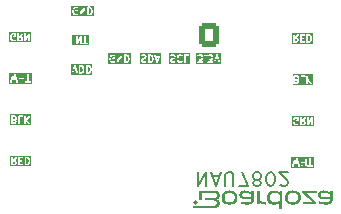
<source format=gbo>
G04 #@! TF.GenerationSoftware,KiCad,Pcbnew,8.0.0*
G04 #@! TF.CreationDate,2024-05-22T11:22:58+03:00*
G04 #@! TF.ProjectId,B-NAU7802-BRK-01MBR-R01,422d4e41-5537-4383-9032-2d42524b2d30,rev?*
G04 #@! TF.SameCoordinates,Original*
G04 #@! TF.FileFunction,Legend,Bot*
G04 #@! TF.FilePolarity,Positive*
%FSLAX46Y46*%
G04 Gerber Fmt 4.6, Leading zero omitted, Abs format (unit mm)*
G04 Created by KiCad (PCBNEW 8.0.0) date 2024-05-22 11:22:58*
%MOMM*%
%LPD*%
G01*
G04 APERTURE LIST*
G04 Aperture macros list*
%AMRoundRect*
0 Rectangle with rounded corners*
0 $1 Rounding radius*
0 $2 $3 $4 $5 $6 $7 $8 $9 X,Y pos of 4 corners*
0 Add a 4 corners polygon primitive as box body*
4,1,4,$2,$3,$4,$5,$6,$7,$8,$9,$2,$3,0*
0 Add four circle primitives for the rounded corners*
1,1,$1+$1,$2,$3*
1,1,$1+$1,$4,$5*
1,1,$1+$1,$6,$7*
1,1,$1+$1,$8,$9*
0 Add four rect primitives between the rounded corners*
20,1,$1+$1,$2,$3,$4,$5,0*
20,1,$1+$1,$4,$5,$6,$7,0*
20,1,$1+$1,$6,$7,$8,$9,0*
20,1,$1+$1,$8,$9,$2,$3,0*%
G04 Aperture macros list end*
%ADD10C,0.000000*%
%ADD11C,0.150000*%
%ADD12C,0.140000*%
%ADD13R,2.300000X2.300000*%
%ADD14C,2.300000*%
%ADD15C,1.700000*%
%ADD16O,1.700000X1.700000*%
%ADD17O,1.700000X1.950000*%
%ADD18RoundRect,0.250000X-0.600000X-0.725000X0.600000X-0.725000X0.600000X0.725000X-0.600000X0.725000X0*%
G04 APERTURE END LIST*
D10*
G36*
X191126854Y-80790501D02*
G01*
X190232562Y-80787854D01*
X191097750Y-81584250D01*
X191097750Y-81748291D01*
X189949458Y-81748291D01*
X189949458Y-81560438D01*
X190777604Y-81563084D01*
X189915062Y-80764042D01*
X189915062Y-80600000D01*
X191126854Y-80600000D01*
X191126854Y-80790501D01*
G37*
G36*
X186329959Y-81441375D02*
G01*
X186351741Y-81452245D01*
X186374488Y-81462976D01*
X186398298Y-81473489D01*
X186423266Y-81483708D01*
X186449490Y-81493555D01*
X186477066Y-81502953D01*
X186506092Y-81511823D01*
X186536664Y-81520088D01*
X186568880Y-81527672D01*
X186602836Y-81534496D01*
X186638629Y-81540482D01*
X186676356Y-81545554D01*
X186716114Y-81549634D01*
X186757999Y-81552644D01*
X186802110Y-81554507D01*
X186848541Y-81555146D01*
X186848541Y-81766812D01*
X186804345Y-81766139D01*
X186761994Y-81764156D01*
X186721410Y-81760917D01*
X186682516Y-81756477D01*
X186645234Y-81750889D01*
X186609487Y-81744209D01*
X186575197Y-81736490D01*
X186542287Y-81727786D01*
X186510679Y-81718153D01*
X186480296Y-81707643D01*
X186451060Y-81696312D01*
X186422893Y-81684213D01*
X186395719Y-81671401D01*
X186369460Y-81657930D01*
X186344038Y-81643855D01*
X186319375Y-81629229D01*
X186319375Y-81745646D01*
X186316730Y-81748291D01*
X186089188Y-81748291D01*
X186089188Y-80597354D01*
X186329959Y-80597354D01*
X186329959Y-81441375D01*
G37*
G36*
X187571394Y-80579627D02*
G01*
X187605721Y-80581960D01*
X187639389Y-80585757D01*
X187672347Y-80590946D01*
X187704546Y-80597453D01*
X187735935Y-80605204D01*
X187766464Y-80614125D01*
X187796082Y-80624143D01*
X187824738Y-80635185D01*
X187852383Y-80647175D01*
X187878966Y-80660042D01*
X187904437Y-80673711D01*
X187928745Y-80688109D01*
X187951840Y-80703162D01*
X187973671Y-80718796D01*
X187994189Y-80734938D01*
X187994189Y-80600000D01*
X188221729Y-80600000D01*
X188221729Y-82134583D01*
X187980959Y-82134583D01*
X187980959Y-81618646D01*
X187960154Y-81634758D01*
X187938419Y-81650308D01*
X187915754Y-81665230D01*
X187892158Y-81679458D01*
X187867633Y-81692927D01*
X187842177Y-81705571D01*
X187815791Y-81717323D01*
X187788475Y-81728117D01*
X187760228Y-81737888D01*
X187731052Y-81746571D01*
X187700945Y-81754098D01*
X187669908Y-81760405D01*
X187637941Y-81765424D01*
X187605044Y-81769091D01*
X187571217Y-81771340D01*
X187536459Y-81772104D01*
X187468582Y-81770074D01*
X187403961Y-81763924D01*
X187342750Y-81753565D01*
X187313472Y-81746779D01*
X187285105Y-81738907D01*
X187257668Y-81729939D01*
X187231180Y-81719863D01*
X187205662Y-81708667D01*
X187181132Y-81696341D01*
X187157609Y-81682874D01*
X187135114Y-81668255D01*
X187113665Y-81652471D01*
X187093282Y-81635513D01*
X187073984Y-81617369D01*
X187055791Y-81598028D01*
X187038721Y-81577478D01*
X187022795Y-81555709D01*
X187008032Y-81532710D01*
X186994451Y-81508468D01*
X186982071Y-81482974D01*
X186970912Y-81456216D01*
X186960994Y-81428183D01*
X186952335Y-81398864D01*
X186944955Y-81368247D01*
X186938873Y-81336322D01*
X186934109Y-81303077D01*
X186930682Y-81268501D01*
X186928612Y-81232583D01*
X186927918Y-81195312D01*
X186928049Y-81187375D01*
X187171334Y-81187375D01*
X187171789Y-81212693D01*
X187173148Y-81237059D01*
X187175399Y-81260484D01*
X187178532Y-81282976D01*
X187182535Y-81304546D01*
X187187396Y-81325204D01*
X187193106Y-81344958D01*
X187199652Y-81363819D01*
X187207024Y-81381796D01*
X187215210Y-81398899D01*
X187224199Y-81415138D01*
X187233981Y-81430523D01*
X187244543Y-81445062D01*
X187255876Y-81458766D01*
X187267966Y-81471645D01*
X187280805Y-81483708D01*
X187294380Y-81494965D01*
X187308680Y-81505425D01*
X187323694Y-81515098D01*
X187339411Y-81523995D01*
X187355820Y-81532124D01*
X187372910Y-81539495D01*
X187390669Y-81546118D01*
X187409087Y-81552003D01*
X187428152Y-81557160D01*
X187447853Y-81561597D01*
X187468179Y-81565325D01*
X187489118Y-81568354D01*
X187532795Y-81572351D01*
X187578793Y-81573666D01*
X187607407Y-81573048D01*
X187635689Y-81571206D01*
X187663613Y-81568155D01*
X187691158Y-81563909D01*
X187718300Y-81558486D01*
X187745015Y-81551900D01*
X187771281Y-81544167D01*
X187797074Y-81535302D01*
X187822371Y-81525320D01*
X187847148Y-81514238D01*
X187871383Y-81502071D01*
X187895052Y-81488834D01*
X187918132Y-81474543D01*
X187940600Y-81459213D01*
X187962432Y-81442860D01*
X187983605Y-81425500D01*
X187983605Y-80920146D01*
X187980959Y-80920146D01*
X187962491Y-80904589D01*
X187942853Y-80889698D01*
X187922114Y-80875521D01*
X187900344Y-80862103D01*
X187877613Y-80849492D01*
X187853990Y-80837733D01*
X187829546Y-80826873D01*
X187804350Y-80816959D01*
X187778472Y-80808037D01*
X187751981Y-80800153D01*
X187724948Y-80793355D01*
X187697442Y-80787689D01*
X187669533Y-80783201D01*
X187641290Y-80779938D01*
X187612784Y-80777946D01*
X187584084Y-80777271D01*
X187557759Y-80777727D01*
X187532358Y-80779086D01*
X187507876Y-80781339D01*
X187484307Y-80784475D01*
X187461644Y-80788483D01*
X187439883Y-80793352D01*
X187419017Y-80799071D01*
X187399041Y-80805631D01*
X187379948Y-80813020D01*
X187361733Y-80821228D01*
X187344390Y-80830244D01*
X187327913Y-80840058D01*
X187312297Y-80850658D01*
X187297535Y-80862035D01*
X187283622Y-80874177D01*
X187270552Y-80887073D01*
X187258319Y-80900714D01*
X187246918Y-80915088D01*
X187236342Y-80930185D01*
X187226586Y-80945995D01*
X187217644Y-80962505D01*
X187209509Y-80979707D01*
X187202178Y-80997589D01*
X187195642Y-81016140D01*
X187189897Y-81035350D01*
X187184937Y-81055209D01*
X187180756Y-81075705D01*
X187177349Y-81096828D01*
X187172830Y-81140911D01*
X187171334Y-81187375D01*
X186928049Y-81187375D01*
X186928537Y-81157928D01*
X186930392Y-81121678D01*
X186933477Y-81086567D01*
X186937788Y-81052597D01*
X186943320Y-81019774D01*
X186950067Y-80988098D01*
X186958026Y-80957575D01*
X186967192Y-80928207D01*
X186977558Y-80899998D01*
X186989122Y-80872951D01*
X187001877Y-80847070D01*
X187015819Y-80822358D01*
X187030943Y-80798819D01*
X187047245Y-80776455D01*
X187064719Y-80755270D01*
X187083360Y-80735268D01*
X187103164Y-80716452D01*
X187124126Y-80698825D01*
X187146241Y-80682391D01*
X187169505Y-80667153D01*
X187193911Y-80653115D01*
X187219456Y-80640280D01*
X187246135Y-80628651D01*
X187273943Y-80618231D01*
X187302874Y-80609025D01*
X187332925Y-80601036D01*
X187364090Y-80594266D01*
X187396364Y-80588719D01*
X187429743Y-80584399D01*
X187464222Y-80581309D01*
X187499796Y-80579453D01*
X187536459Y-80578833D01*
X187571394Y-80579627D01*
G37*
G36*
X191753139Y-80577186D02*
G01*
X191792343Y-80580089D01*
X191831640Y-80584750D01*
X191870829Y-80591029D01*
X191909708Y-80598779D01*
X191948075Y-80607860D01*
X191985729Y-80618126D01*
X192022468Y-80629434D01*
X192058091Y-80641642D01*
X192092397Y-80654606D01*
X192125183Y-80668182D01*
X192156248Y-80682227D01*
X192185391Y-80696598D01*
X192212410Y-80711150D01*
X192237104Y-80725742D01*
X192259271Y-80740229D01*
X192259271Y-80597353D01*
X192486813Y-80597353D01*
X192486813Y-81361998D01*
X192486291Y-81387610D01*
X192484717Y-81412356D01*
X192482075Y-81436242D01*
X192478353Y-81459269D01*
X192473536Y-81481442D01*
X192467610Y-81502763D01*
X192460562Y-81523237D01*
X192452376Y-81542866D01*
X192443039Y-81561654D01*
X192432536Y-81579605D01*
X192420855Y-81596721D01*
X192407980Y-81613007D01*
X192393898Y-81628464D01*
X192378595Y-81643098D01*
X192362057Y-81656912D01*
X192344269Y-81669908D01*
X192325217Y-81682090D01*
X192304888Y-81693461D01*
X192283267Y-81704025D01*
X192260341Y-81713786D01*
X192236095Y-81722746D01*
X192210515Y-81730910D01*
X192183588Y-81738280D01*
X192155298Y-81744859D01*
X192125633Y-81750652D01*
X192094578Y-81755662D01*
X192062119Y-81759891D01*
X192028241Y-81763344D01*
X191992932Y-81766024D01*
X191956177Y-81767933D01*
X191878271Y-81769457D01*
X191878271Y-81769458D01*
X191799072Y-81767768D01*
X191720927Y-81762885D01*
X191644890Y-81755087D01*
X191572016Y-81744654D01*
X191503359Y-81731864D01*
X191439972Y-81716996D01*
X191410585Y-81708871D01*
X191382911Y-81700331D01*
X191357082Y-81691411D01*
X191333229Y-81682146D01*
X191333229Y-81475770D01*
X191360038Y-81485531D01*
X191387836Y-81494942D01*
X191416556Y-81503966D01*
X191446132Y-81512564D01*
X191476499Y-81520697D01*
X191507591Y-81528326D01*
X191539341Y-81535412D01*
X191571685Y-81541917D01*
X191604556Y-81547801D01*
X191637888Y-81553027D01*
X191671615Y-81557555D01*
X191705672Y-81561347D01*
X191739992Y-81564364D01*
X191774510Y-81566566D01*
X191809160Y-81567916D01*
X191843875Y-81568375D01*
X191898128Y-81567595D01*
X191947869Y-81565238D01*
X191993238Y-81561277D01*
X192034375Y-81555683D01*
X192071419Y-81548431D01*
X192104510Y-81539493D01*
X192133788Y-81528842D01*
X192159391Y-81516450D01*
X192170858Y-81509594D01*
X192181459Y-81502292D01*
X192191211Y-81494541D01*
X192200132Y-81486339D01*
X192208239Y-81477681D01*
X192215550Y-81468564D01*
X192222081Y-81458985D01*
X192227851Y-81448940D01*
X192232877Y-81438427D01*
X192237176Y-81427441D01*
X192243664Y-81404039D01*
X192247455Y-81378706D01*
X192248687Y-81351416D01*
X192248687Y-81248229D01*
X192203114Y-81259733D01*
X192153975Y-81270306D01*
X192101673Y-81279762D01*
X192046612Y-81287917D01*
X191989194Y-81294583D01*
X191929823Y-81299575D01*
X191868902Y-81302706D01*
X191806833Y-81303791D01*
X191747687Y-81303036D01*
X191690474Y-81300603D01*
X191635454Y-81296240D01*
X191582889Y-81289694D01*
X191533036Y-81280715D01*
X191486155Y-81269049D01*
X191442508Y-81254446D01*
X191402352Y-81236654D01*
X191383664Y-81226482D01*
X191365948Y-81215419D01*
X191349234Y-81203432D01*
X191333555Y-81190491D01*
X191318944Y-81176563D01*
X191305433Y-81161617D01*
X191293055Y-81145622D01*
X191281842Y-81128547D01*
X191271827Y-81110358D01*
X191263042Y-81091026D01*
X191255519Y-81070519D01*
X191249291Y-81048805D01*
X191244391Y-81025852D01*
X191240850Y-81001630D01*
X191238702Y-80976106D01*
X191237979Y-80949250D01*
X191238049Y-80946604D01*
X191481396Y-80946604D01*
X191481715Y-80960675D01*
X191482674Y-80974121D01*
X191484280Y-80986956D01*
X191486538Y-80999190D01*
X191489452Y-81010834D01*
X191493029Y-81021901D01*
X191497273Y-81032403D01*
X191502191Y-81042350D01*
X191507786Y-81051754D01*
X191514065Y-81060628D01*
X191521033Y-81068982D01*
X191528695Y-81076828D01*
X191537057Y-81084179D01*
X191546124Y-81091045D01*
X191555901Y-81097438D01*
X191566393Y-81103369D01*
X191577607Y-81108852D01*
X191589546Y-81113896D01*
X191602218Y-81118514D01*
X191615626Y-81122717D01*
X191629776Y-81126517D01*
X191644674Y-81129926D01*
X191660324Y-81132955D01*
X191676733Y-81135616D01*
X191693905Y-81137920D01*
X191711847Y-81139879D01*
X191750057Y-81142809D01*
X191791406Y-81144499D01*
X191835938Y-81145041D01*
X191893924Y-81144209D01*
X191950577Y-81141858D01*
X192005555Y-81138205D01*
X192058519Y-81133466D01*
X192109125Y-81127859D01*
X192157035Y-81121601D01*
X192201906Y-81114909D01*
X192243397Y-81108000D01*
X192243397Y-80904271D01*
X192222529Y-80888248D01*
X192199735Y-80872950D01*
X192175197Y-80858419D01*
X192149097Y-80844698D01*
X192121618Y-80831830D01*
X192092941Y-80819857D01*
X192063248Y-80808822D01*
X192032722Y-80798768D01*
X192001545Y-80789737D01*
X191969899Y-80781772D01*
X191937966Y-80774915D01*
X191905929Y-80769209D01*
X191873969Y-80764697D01*
X191842269Y-80761422D01*
X191811010Y-80759425D01*
X191780376Y-80758750D01*
X191744752Y-80759493D01*
X191711315Y-80761721D01*
X191680079Y-80765430D01*
X191651060Y-80770615D01*
X191624274Y-80777273D01*
X191599735Y-80785399D01*
X191577460Y-80794991D01*
X191557464Y-80806044D01*
X191548325Y-80812117D01*
X191539762Y-80818554D01*
X191531776Y-80825355D01*
X191524370Y-80832518D01*
X191517545Y-80840044D01*
X191511304Y-80847931D01*
X191505647Y-80856180D01*
X191500578Y-80864790D01*
X191496098Y-80873760D01*
X191492209Y-80883090D01*
X191488913Y-80892780D01*
X191486212Y-80902829D01*
X191484108Y-80913236D01*
X191482603Y-80924001D01*
X191481698Y-80935124D01*
X191481396Y-80946604D01*
X191238049Y-80946604D01*
X191238692Y-80922341D01*
X191240799Y-80896662D01*
X191244251Y-80872190D01*
X191249002Y-80848899D01*
X191255002Y-80826766D01*
X191262204Y-80805764D01*
X191270561Y-80785870D01*
X191280023Y-80767059D01*
X191290543Y-80749306D01*
X191302074Y-80732586D01*
X191314567Y-80716875D01*
X191327974Y-80702148D01*
X191342247Y-80688380D01*
X191357338Y-80675547D01*
X191373200Y-80663624D01*
X191389784Y-80652585D01*
X191407042Y-80642407D01*
X191424927Y-80633065D01*
X191443390Y-80624534D01*
X191462384Y-80616789D01*
X191481860Y-80609806D01*
X191501771Y-80603559D01*
X191522068Y-80598025D01*
X191542705Y-80593178D01*
X191584801Y-80585448D01*
X191627676Y-80580171D01*
X191670947Y-80577150D01*
X191714229Y-80576187D01*
X191753139Y-80577186D01*
G37*
G36*
X182489712Y-80601375D02*
G01*
X182545797Y-80605545D01*
X182572469Y-80608698D01*
X182598223Y-80612575D01*
X182623054Y-80617183D01*
X182646959Y-80622531D01*
X182669933Y-80628627D01*
X182691974Y-80635479D01*
X182713077Y-80643096D01*
X182733238Y-80651485D01*
X182752453Y-80660656D01*
X182770718Y-80670615D01*
X182788031Y-80681372D01*
X182804386Y-80692935D01*
X182819779Y-80705311D01*
X182834208Y-80718510D01*
X182847668Y-80732539D01*
X182860155Y-80747407D01*
X182871665Y-80763121D01*
X182882195Y-80779691D01*
X182891740Y-80797124D01*
X182900297Y-80815429D01*
X182907862Y-80834613D01*
X182914431Y-80854685D01*
X182919999Y-80875654D01*
X182924564Y-80897527D01*
X182928122Y-80920313D01*
X182930667Y-80944020D01*
X182932198Y-80968656D01*
X182932708Y-80994229D01*
X182932401Y-81012577D01*
X182931486Y-81030414D01*
X182929979Y-81047742D01*
X182927892Y-81064561D01*
X182925240Y-81080872D01*
X182922035Y-81096677D01*
X182918291Y-81111975D01*
X182914022Y-81126769D01*
X182909242Y-81141059D01*
X182903963Y-81154846D01*
X182898201Y-81168131D01*
X182891967Y-81180916D01*
X182885276Y-81193200D01*
X182878141Y-81204985D01*
X182870576Y-81216272D01*
X182862594Y-81227063D01*
X182854209Y-81237357D01*
X182845435Y-81247156D01*
X182836284Y-81256461D01*
X182826772Y-81265272D01*
X182816910Y-81273592D01*
X182806714Y-81281420D01*
X182796195Y-81288758D01*
X182785369Y-81295606D01*
X182774248Y-81301967D01*
X182762846Y-81307839D01*
X182751176Y-81313226D01*
X182739253Y-81318127D01*
X182727089Y-81322544D01*
X182714699Y-81326477D01*
X182702095Y-81329927D01*
X182689292Y-81332896D01*
X182712836Y-81341524D01*
X182735760Y-81351562D01*
X182757939Y-81363057D01*
X182779250Y-81376056D01*
X182799570Y-81390606D01*
X182818772Y-81406752D01*
X182836735Y-81424542D01*
X182853334Y-81444022D01*
X182868444Y-81465237D01*
X182875402Y-81476511D01*
X182881942Y-81488236D01*
X182888047Y-81500418D01*
X182893703Y-81513064D01*
X182898894Y-81526178D01*
X182903604Y-81539768D01*
X182907818Y-81553838D01*
X182911521Y-81568394D01*
X182914697Y-81583442D01*
X182917330Y-81598989D01*
X182919404Y-81615039D01*
X182920906Y-81631599D01*
X182921818Y-81648675D01*
X182922125Y-81666272D01*
X182921592Y-81693001D01*
X182920001Y-81718631D01*
X182917362Y-81743178D01*
X182913686Y-81766658D01*
X182908986Y-81789088D01*
X182903272Y-81810484D01*
X182896554Y-81830862D01*
X182888845Y-81850239D01*
X182880156Y-81868633D01*
X182870497Y-81886058D01*
X182859880Y-81902531D01*
X182848316Y-81918070D01*
X182835815Y-81932690D01*
X182822390Y-81946408D01*
X182808051Y-81959240D01*
X182792810Y-81971204D01*
X182776677Y-81982314D01*
X182759664Y-81992589D01*
X182741782Y-82002043D01*
X182723042Y-82010695D01*
X182703455Y-82018559D01*
X182683032Y-82025654D01*
X182639724Y-82037597D01*
X182593207Y-82046658D01*
X182543570Y-82052966D01*
X182490902Y-82056654D01*
X182435292Y-82057855D01*
X180625542Y-82057855D01*
X180625542Y-81854125D01*
X182424709Y-81854125D01*
X182453167Y-81853407D01*
X182479987Y-81851232D01*
X182492773Y-81849588D01*
X182505140Y-81847568D01*
X182517083Y-81845168D01*
X182528599Y-81842385D01*
X182539685Y-81839214D01*
X182550337Y-81835651D01*
X182560553Y-81831693D01*
X182570328Y-81827336D01*
X182579659Y-81822576D01*
X182588543Y-81817409D01*
X182596977Y-81811832D01*
X182604956Y-81805839D01*
X182612478Y-81799428D01*
X182619540Y-81792594D01*
X182626137Y-81785334D01*
X182632267Y-81777644D01*
X182637926Y-81769520D01*
X182643111Y-81760958D01*
X182647818Y-81751954D01*
X182652044Y-81742504D01*
X182655785Y-81732605D01*
X182659039Y-81722252D01*
X182661801Y-81711442D01*
X182664069Y-81700171D01*
X182665838Y-81688435D01*
X182667107Y-81676229D01*
X182667870Y-81663551D01*
X182668125Y-81650396D01*
X182667809Y-81635063D01*
X182666867Y-81620312D01*
X182665309Y-81606138D01*
X182663144Y-81592534D01*
X182660382Y-81579494D01*
X182657033Y-81567012D01*
X182653107Y-81555081D01*
X182648612Y-81543695D01*
X182643560Y-81532847D01*
X182637959Y-81522533D01*
X182631820Y-81512744D01*
X182625151Y-81503475D01*
X182617963Y-81494720D01*
X182610266Y-81486471D01*
X182602068Y-81478724D01*
X182593381Y-81471472D01*
X182584212Y-81464708D01*
X182574573Y-81458425D01*
X182564472Y-81452619D01*
X182553920Y-81447282D01*
X182542927Y-81442408D01*
X182531501Y-81437991D01*
X182519652Y-81434025D01*
X182507391Y-81430503D01*
X182481669Y-81424766D01*
X182454412Y-81420731D01*
X182425698Y-81418346D01*
X182395605Y-81417563D01*
X181636250Y-81417563D01*
X181636250Y-81224418D01*
X182443230Y-81224418D01*
X182471599Y-81223786D01*
X182498167Y-81221844D01*
X182522928Y-81218523D01*
X182534630Y-81216323D01*
X182545880Y-81213751D01*
X182556675Y-81210801D01*
X182567017Y-81207461D01*
X182576905Y-81203724D01*
X182586337Y-81199582D01*
X182595314Y-81195024D01*
X182603835Y-81190043D01*
X182611900Y-81184630D01*
X182619508Y-81178777D01*
X182626659Y-81172473D01*
X182633352Y-81165711D01*
X182639586Y-81158483D01*
X182645362Y-81150778D01*
X182650678Y-81142589D01*
X182655535Y-81133907D01*
X182659932Y-81124723D01*
X182663867Y-81115028D01*
X182667342Y-81104814D01*
X182670355Y-81094072D01*
X182672905Y-81082794D01*
X182674993Y-81070969D01*
X182676618Y-81058591D01*
X182677779Y-81045649D01*
X182678476Y-81032136D01*
X182678709Y-81018042D01*
X182678438Y-81003911D01*
X182677627Y-80990287D01*
X182676280Y-80977167D01*
X182674399Y-80964547D01*
X182671987Y-80952423D01*
X182669047Y-80940791D01*
X182665581Y-80929648D01*
X182661594Y-80918989D01*
X182657087Y-80908811D01*
X182652063Y-80899109D01*
X182646526Y-80889880D01*
X182640479Y-80881120D01*
X182633923Y-80872826D01*
X182626863Y-80864992D01*
X182619301Y-80857616D01*
X182611240Y-80850693D01*
X182602683Y-80844220D01*
X182593633Y-80838193D01*
X182584092Y-80832607D01*
X182574064Y-80827459D01*
X182563552Y-80822746D01*
X182552558Y-80818463D01*
X182541085Y-80814606D01*
X182529137Y-80811171D01*
X182503824Y-80805554D01*
X182476644Y-80801580D01*
X182447618Y-80799218D01*
X182416771Y-80798438D01*
X181382251Y-80798438D01*
X181382251Y-81417563D01*
X181128251Y-81417563D01*
X181128251Y-80600000D01*
X182430000Y-80600000D01*
X182489712Y-80601375D01*
G37*
G36*
X185101515Y-80577186D02*
G01*
X185140719Y-80580089D01*
X185180017Y-80584750D01*
X185219205Y-80591029D01*
X185258084Y-80598779D01*
X185296451Y-80607860D01*
X185334105Y-80618126D01*
X185370844Y-80629434D01*
X185406468Y-80641642D01*
X185440773Y-80654606D01*
X185473559Y-80668182D01*
X185504624Y-80682227D01*
X185533767Y-80696598D01*
X185560786Y-80711150D01*
X185585480Y-80725742D01*
X185607646Y-80740229D01*
X185607646Y-80597353D01*
X185835188Y-80597353D01*
X185835188Y-81361998D01*
X185834666Y-81387610D01*
X185833092Y-81412356D01*
X185830451Y-81436242D01*
X185826729Y-81459269D01*
X185821912Y-81481442D01*
X185815986Y-81502763D01*
X185808937Y-81523237D01*
X185800751Y-81542866D01*
X185791414Y-81561654D01*
X185780912Y-81579605D01*
X185769230Y-81596721D01*
X185756356Y-81613007D01*
X185742274Y-81628464D01*
X185726971Y-81643098D01*
X185710432Y-81656912D01*
X185692644Y-81669908D01*
X185673592Y-81682090D01*
X185653263Y-81693461D01*
X185631642Y-81704025D01*
X185608716Y-81713786D01*
X185584470Y-81722746D01*
X185558890Y-81730910D01*
X185531963Y-81738280D01*
X185503674Y-81744859D01*
X185474008Y-81750652D01*
X185442953Y-81755662D01*
X185410494Y-81759891D01*
X185376617Y-81763344D01*
X185341307Y-81766024D01*
X185304552Y-81767933D01*
X185226647Y-81769457D01*
X185226646Y-81769458D01*
X185147447Y-81767768D01*
X185069302Y-81762885D01*
X184993265Y-81755087D01*
X184920391Y-81744654D01*
X184851734Y-81731864D01*
X184788348Y-81716996D01*
X184758960Y-81708871D01*
X184731286Y-81700331D01*
X184705457Y-81691411D01*
X184681605Y-81682146D01*
X184681605Y-81475770D01*
X184708414Y-81485531D01*
X184736211Y-81494942D01*
X184764931Y-81503966D01*
X184794507Y-81512564D01*
X184824875Y-81520697D01*
X184855966Y-81528326D01*
X184887717Y-81535412D01*
X184920061Y-81541917D01*
X184952931Y-81547801D01*
X184986263Y-81553027D01*
X185019990Y-81557555D01*
X185054047Y-81561347D01*
X185088367Y-81564364D01*
X185122885Y-81566566D01*
X185157535Y-81567916D01*
X185192250Y-81568375D01*
X185246503Y-81567595D01*
X185296244Y-81565238D01*
X185341614Y-81561277D01*
X185382751Y-81555683D01*
X185419795Y-81548431D01*
X185452886Y-81539493D01*
X185482163Y-81528842D01*
X185507766Y-81516450D01*
X185519234Y-81509594D01*
X185529835Y-81502292D01*
X185539587Y-81494541D01*
X185548508Y-81486339D01*
X185556615Y-81477681D01*
X185563926Y-81468564D01*
X185570457Y-81458985D01*
X185576227Y-81448940D01*
X185581253Y-81438427D01*
X185585552Y-81427441D01*
X185592040Y-81404039D01*
X185595831Y-81378706D01*
X185597063Y-81351416D01*
X185597063Y-81248229D01*
X185551490Y-81259733D01*
X185502351Y-81270306D01*
X185450049Y-81279762D01*
X185394988Y-81287917D01*
X185337570Y-81294583D01*
X185278199Y-81299575D01*
X185217278Y-81302706D01*
X185155209Y-81303791D01*
X185096062Y-81303036D01*
X185038850Y-81300603D01*
X184983830Y-81296240D01*
X184931264Y-81289694D01*
X184881411Y-81280715D01*
X184834531Y-81269049D01*
X184790883Y-81254446D01*
X184750727Y-81236654D01*
X184732040Y-81226482D01*
X184714323Y-81215419D01*
X184697609Y-81203432D01*
X184681931Y-81190491D01*
X184667320Y-81176563D01*
X184653809Y-81161617D01*
X184641431Y-81145622D01*
X184630218Y-81128547D01*
X184620203Y-81110358D01*
X184611417Y-81091026D01*
X184603895Y-81070519D01*
X184597667Y-81048805D01*
X184592767Y-81025852D01*
X184589226Y-81001630D01*
X184587078Y-80976106D01*
X184586355Y-80949250D01*
X184586425Y-80946604D01*
X184829771Y-80946604D01*
X184830090Y-80960675D01*
X184831050Y-80974121D01*
X184832656Y-80986956D01*
X184834913Y-80999190D01*
X184837828Y-81010834D01*
X184841404Y-81021901D01*
X184845649Y-81032403D01*
X184850566Y-81042350D01*
X184856161Y-81051754D01*
X184862440Y-81060628D01*
X184869408Y-81068982D01*
X184877071Y-81076828D01*
X184885432Y-81084179D01*
X184894499Y-81091045D01*
X184904276Y-81097438D01*
X184914769Y-81103369D01*
X184925982Y-81108852D01*
X184937922Y-81113896D01*
X184950593Y-81118514D01*
X184964001Y-81122717D01*
X184978151Y-81126517D01*
X184993049Y-81129926D01*
X185008699Y-81132955D01*
X185025108Y-81135616D01*
X185042280Y-81137920D01*
X185060222Y-81139879D01*
X185098432Y-81142809D01*
X185139781Y-81144499D01*
X185184313Y-81145041D01*
X185242299Y-81144209D01*
X185298952Y-81141858D01*
X185353930Y-81138205D01*
X185406894Y-81133466D01*
X185457500Y-81127859D01*
X185505409Y-81121601D01*
X185550280Y-81114909D01*
X185591771Y-81108000D01*
X185591771Y-80904271D01*
X185570903Y-80888248D01*
X185548110Y-80872950D01*
X185523572Y-80858419D01*
X185497472Y-80844698D01*
X185469992Y-80831830D01*
X185441315Y-80819857D01*
X185411622Y-80808822D01*
X185381097Y-80798768D01*
X185349920Y-80789737D01*
X185318274Y-80781772D01*
X185286341Y-80774915D01*
X185254303Y-80769209D01*
X185222343Y-80764697D01*
X185190643Y-80761422D01*
X185159385Y-80759425D01*
X185128750Y-80758750D01*
X185093127Y-80759493D01*
X185059690Y-80761721D01*
X185028454Y-80765430D01*
X184999435Y-80770615D01*
X184972649Y-80777273D01*
X184948110Y-80785399D01*
X184925835Y-80794991D01*
X184905839Y-80806044D01*
X184896700Y-80812117D01*
X184888137Y-80818554D01*
X184880152Y-80825355D01*
X184872745Y-80832518D01*
X184865921Y-80840044D01*
X184859679Y-80847931D01*
X184854023Y-80856180D01*
X184848954Y-80864790D01*
X184844474Y-80873760D01*
X184840585Y-80883090D01*
X184837289Y-80892780D01*
X184834587Y-80902829D01*
X184832483Y-80913236D01*
X184830978Y-80924001D01*
X184830073Y-80935124D01*
X184829771Y-80946604D01*
X184586425Y-80946604D01*
X184587068Y-80922341D01*
X184589175Y-80896662D01*
X184592627Y-80872190D01*
X184597378Y-80848899D01*
X184603378Y-80826766D01*
X184610580Y-80805764D01*
X184618937Y-80785870D01*
X184628399Y-80767059D01*
X184638919Y-80749306D01*
X184650450Y-80732586D01*
X184662943Y-80716875D01*
X184676350Y-80702148D01*
X184690623Y-80688380D01*
X184705714Y-80675547D01*
X184721576Y-80663624D01*
X184738160Y-80652585D01*
X184755418Y-80642407D01*
X184773303Y-80633065D01*
X184791766Y-80624534D01*
X184810760Y-80616789D01*
X184830236Y-80609806D01*
X184850147Y-80603559D01*
X184870445Y-80598025D01*
X184891081Y-80593178D01*
X184933177Y-80585448D01*
X184976052Y-80580171D01*
X185019323Y-80577150D01*
X185062605Y-80576187D01*
X185101515Y-80577186D01*
G37*
G36*
X180886155Y-81409860D02*
G01*
X180895292Y-81410554D01*
X180904296Y-81411698D01*
X180913156Y-81413281D01*
X180921861Y-81415290D01*
X180930398Y-81417714D01*
X180938758Y-81420543D01*
X180946928Y-81423764D01*
X180954898Y-81427367D01*
X180962656Y-81431340D01*
X180970190Y-81435673D01*
X180977490Y-81440352D01*
X180984544Y-81445369D01*
X180991340Y-81450710D01*
X180997869Y-81456365D01*
X181004117Y-81462322D01*
X181010074Y-81468570D01*
X181015729Y-81475098D01*
X181021070Y-81481895D01*
X181026087Y-81488949D01*
X181030766Y-81496249D01*
X181035098Y-81503783D01*
X181039072Y-81511541D01*
X181042675Y-81519510D01*
X181045896Y-81527681D01*
X181048725Y-81536040D01*
X181051149Y-81544578D01*
X181053158Y-81553282D01*
X181054740Y-81562142D01*
X181055885Y-81571146D01*
X181056579Y-81580283D01*
X181056813Y-81589542D01*
X181056579Y-81598800D01*
X181055885Y-81607937D01*
X181054740Y-81616941D01*
X181053158Y-81625801D01*
X181051149Y-81634506D01*
X181048725Y-81643044D01*
X181045896Y-81651403D01*
X181042675Y-81659574D01*
X181039072Y-81667543D01*
X181035098Y-81675301D01*
X181030766Y-81682835D01*
X181026087Y-81690135D01*
X181021070Y-81697189D01*
X181015729Y-81703986D01*
X181010074Y-81710514D01*
X181004117Y-81716762D01*
X180997869Y-81722719D01*
X180991340Y-81728374D01*
X180984544Y-81733716D01*
X180977490Y-81738732D01*
X180970190Y-81743411D01*
X180962656Y-81747744D01*
X180954898Y-81751717D01*
X180946928Y-81755320D01*
X180938758Y-81758541D01*
X180930398Y-81761370D01*
X180921861Y-81763794D01*
X180913156Y-81765803D01*
X180904296Y-81767386D01*
X180895292Y-81768530D01*
X180886155Y-81769225D01*
X180876897Y-81769459D01*
X180867638Y-81769225D01*
X180858501Y-81768530D01*
X180849497Y-81767386D01*
X180840637Y-81765803D01*
X180831933Y-81763794D01*
X180823395Y-81761370D01*
X180815035Y-81758541D01*
X180806865Y-81755320D01*
X180798895Y-81751717D01*
X180791138Y-81747744D01*
X180783603Y-81743411D01*
X180776303Y-81738732D01*
X180769250Y-81733716D01*
X180762453Y-81728374D01*
X180755925Y-81722719D01*
X180749676Y-81716762D01*
X180743719Y-81710514D01*
X180738064Y-81703986D01*
X180732723Y-81697189D01*
X180727707Y-81690135D01*
X180723027Y-81682835D01*
X180718695Y-81675301D01*
X180714722Y-81667543D01*
X180711119Y-81659574D01*
X180707897Y-81651403D01*
X180705069Y-81643044D01*
X180702644Y-81634506D01*
X180700635Y-81625801D01*
X180699053Y-81616941D01*
X180697909Y-81607937D01*
X180697214Y-81598800D01*
X180696980Y-81589542D01*
X180697214Y-81580283D01*
X180697909Y-81571146D01*
X180699053Y-81562142D01*
X180700635Y-81553282D01*
X180702644Y-81544578D01*
X180705069Y-81536040D01*
X180707897Y-81527681D01*
X180711119Y-81519510D01*
X180714722Y-81511541D01*
X180718695Y-81503783D01*
X180723027Y-81496249D01*
X180727707Y-81488949D01*
X180732723Y-81481895D01*
X180738064Y-81475098D01*
X180743719Y-81468570D01*
X180749676Y-81462322D01*
X180755925Y-81456365D01*
X180762453Y-81450710D01*
X180769250Y-81445369D01*
X180776303Y-81440352D01*
X180783603Y-81435673D01*
X180791138Y-81431340D01*
X180798895Y-81427367D01*
X180806865Y-81423764D01*
X180815035Y-81420543D01*
X180823395Y-81417714D01*
X180831933Y-81415290D01*
X180840637Y-81413281D01*
X180849497Y-81411698D01*
X180858501Y-81410554D01*
X180867638Y-81409860D01*
X180876897Y-81409625D01*
X180886155Y-81409860D01*
G37*
G36*
X189196354Y-80578751D02*
G01*
X189234630Y-80581943D01*
X189271644Y-80586399D01*
X189307393Y-80592111D01*
X189341873Y-80599070D01*
X189375084Y-80607270D01*
X189407021Y-80616702D01*
X189437684Y-80627359D01*
X189467069Y-80639233D01*
X189495174Y-80652316D01*
X189521996Y-80666601D01*
X189547534Y-80682080D01*
X189571784Y-80698744D01*
X189594745Y-80716586D01*
X189616414Y-80735600D01*
X189636788Y-80755775D01*
X189655866Y-80777106D01*
X189673644Y-80799584D01*
X189690120Y-80823201D01*
X189705292Y-80847951D01*
X189719157Y-80873824D01*
X189731714Y-80900813D01*
X189742959Y-80928911D01*
X189752890Y-80958109D01*
X189761505Y-80988401D01*
X189768801Y-81019777D01*
X189774776Y-81052231D01*
X189779427Y-81085755D01*
X189782753Y-81120341D01*
X189784750Y-81155981D01*
X189785416Y-81192667D01*
X189784750Y-81227144D01*
X189782753Y-81260623D01*
X189779427Y-81293098D01*
X189774776Y-81324561D01*
X189768801Y-81355006D01*
X189761505Y-81384428D01*
X189752890Y-81412821D01*
X189742959Y-81440176D01*
X189731714Y-81466490D01*
X189719157Y-81491754D01*
X189705292Y-81515963D01*
X189690120Y-81539111D01*
X189673643Y-81561191D01*
X189655865Y-81582197D01*
X189636788Y-81602122D01*
X189616414Y-81620961D01*
X189594745Y-81638707D01*
X189571784Y-81655354D01*
X189547533Y-81670895D01*
X189521996Y-81685324D01*
X189495173Y-81698635D01*
X189467068Y-81710822D01*
X189437683Y-81721878D01*
X189407021Y-81731797D01*
X189375083Y-81740572D01*
X189341873Y-81748198D01*
X189307392Y-81754668D01*
X189271644Y-81759976D01*
X189234630Y-81764115D01*
X189196353Y-81767080D01*
X189156816Y-81768863D01*
X189116020Y-81769459D01*
X189116020Y-81769458D01*
X189036153Y-81767050D01*
X188961270Y-81759867D01*
X188925705Y-81754504D01*
X188891395Y-81747971D01*
X188858342Y-81740275D01*
X188826550Y-81731424D01*
X188796021Y-81721426D01*
X188766759Y-81710289D01*
X188738766Y-81698019D01*
X188712045Y-81684626D01*
X188686600Y-81670117D01*
X188662432Y-81654499D01*
X188639545Y-81637780D01*
X188617942Y-81619969D01*
X188597626Y-81601072D01*
X188578600Y-81581098D01*
X188560866Y-81560054D01*
X188544427Y-81537948D01*
X188529287Y-81514788D01*
X188515449Y-81490581D01*
X188502914Y-81465336D01*
X188491687Y-81439060D01*
X188481769Y-81411760D01*
X188473164Y-81383446D01*
X188465876Y-81354123D01*
X188459905Y-81323801D01*
X188455257Y-81292486D01*
X188451933Y-81260187D01*
X188449937Y-81226912D01*
X188449270Y-81192667D01*
X188687396Y-81192667D01*
X188687815Y-81217504D01*
X188689071Y-81241420D01*
X188691163Y-81264423D01*
X188694094Y-81286521D01*
X188697861Y-81307725D01*
X188702465Y-81328042D01*
X188707907Y-81347481D01*
X188714185Y-81366051D01*
X188721301Y-81383761D01*
X188729254Y-81400619D01*
X188738044Y-81416634D01*
X188747672Y-81431815D01*
X188758136Y-81446170D01*
X188769438Y-81459708D01*
X188781576Y-81472439D01*
X188794552Y-81484370D01*
X188808365Y-81495510D01*
X188823016Y-81505868D01*
X188838503Y-81515453D01*
X188854828Y-81524274D01*
X188871989Y-81532339D01*
X188889988Y-81539657D01*
X188908824Y-81546236D01*
X188928497Y-81552086D01*
X188949008Y-81557215D01*
X188970355Y-81561632D01*
X188992540Y-81565346D01*
X189015562Y-81568364D01*
X189064117Y-81572353D01*
X189116020Y-81573666D01*
X189167924Y-81572236D01*
X189216479Y-81567930D01*
X189261686Y-81560725D01*
X189283033Y-81556029D01*
X189303544Y-81550598D01*
X189323217Y-81544431D01*
X189342053Y-81537525D01*
X189360052Y-81529877D01*
X189377214Y-81521484D01*
X189393538Y-81512342D01*
X189409026Y-81502450D01*
X189423676Y-81491804D01*
X189437489Y-81480401D01*
X189450465Y-81468239D01*
X189462604Y-81455313D01*
X189473905Y-81441623D01*
X189484370Y-81427164D01*
X189493997Y-81411934D01*
X189502787Y-81395930D01*
X189510740Y-81379148D01*
X189517856Y-81361587D01*
X189524135Y-81343242D01*
X189529577Y-81324112D01*
X189534181Y-81304193D01*
X189537948Y-81283483D01*
X189540878Y-81261978D01*
X189542971Y-81239676D01*
X189544227Y-81216573D01*
X189544646Y-81192667D01*
X189544212Y-81168647D01*
X189542913Y-81145212D01*
X189540752Y-81122374D01*
X189537731Y-81100145D01*
X189533854Y-81078536D01*
X189529123Y-81057558D01*
X189523542Y-81037224D01*
X189517112Y-81017545D01*
X189509838Y-80998533D01*
X189501722Y-80980199D01*
X189492766Y-80962554D01*
X189482975Y-80945612D01*
X189472350Y-80929382D01*
X189460895Y-80913877D01*
X189448612Y-80899109D01*
X189435505Y-80885088D01*
X189421576Y-80871828D01*
X189406828Y-80859338D01*
X189391265Y-80847631D01*
X189374888Y-80836719D01*
X189357702Y-80826613D01*
X189339708Y-80817325D01*
X189320911Y-80808866D01*
X189301311Y-80801249D01*
X189280914Y-80794484D01*
X189259721Y-80788583D01*
X189237735Y-80783558D01*
X189214960Y-80779421D01*
X189191398Y-80776182D01*
X189167052Y-80773855D01*
X189141925Y-80772450D01*
X189116020Y-80771979D01*
X189090115Y-80772420D01*
X189064989Y-80773739D01*
X189040643Y-80775930D01*
X189017081Y-80778987D01*
X188994305Y-80782904D01*
X188972320Y-80787676D01*
X188951127Y-80793297D01*
X188930729Y-80799760D01*
X188911130Y-80807061D01*
X188892333Y-80815194D01*
X188874339Y-80824151D01*
X188857153Y-80833929D01*
X188840776Y-80844520D01*
X188825213Y-80855920D01*
X188810465Y-80868121D01*
X188796536Y-80881120D01*
X188783429Y-80894909D01*
X188771147Y-80909482D01*
X188759691Y-80924835D01*
X188749067Y-80940961D01*
X188739275Y-80957854D01*
X188730320Y-80975509D01*
X188722204Y-80993920D01*
X188714929Y-81013081D01*
X188708500Y-81032986D01*
X188702918Y-81053629D01*
X188698188Y-81075004D01*
X188694311Y-81097107D01*
X188691290Y-81119930D01*
X188689129Y-81143468D01*
X188687830Y-81167716D01*
X188687396Y-81192667D01*
X188449270Y-81192667D01*
X188449929Y-81156213D01*
X188451904Y-81120776D01*
X188455194Y-81086366D01*
X188459797Y-81052990D01*
X188465712Y-81020660D01*
X188472938Y-80989383D01*
X188481472Y-80959168D01*
X188491314Y-80930026D01*
X188502463Y-80901966D01*
X188514916Y-80874995D01*
X188528672Y-80849125D01*
X188543730Y-80824364D01*
X188560088Y-80800720D01*
X188577745Y-80778204D01*
X188596700Y-80756825D01*
X188616950Y-80736591D01*
X188638495Y-80717513D01*
X188661333Y-80699598D01*
X188685463Y-80682857D01*
X188710882Y-80667298D01*
X188737591Y-80652932D01*
X188765586Y-80639766D01*
X188794868Y-80627810D01*
X188825433Y-80617074D01*
X188857282Y-80607567D01*
X188890412Y-80599297D01*
X188924822Y-80592274D01*
X188960510Y-80586508D01*
X188997476Y-80582007D01*
X189035717Y-80578780D01*
X189075232Y-80576838D01*
X189116020Y-80576188D01*
X189196354Y-80578751D01*
G37*
G36*
X183835896Y-80578751D02*
G01*
X183874173Y-80581943D01*
X183911187Y-80586399D01*
X183946935Y-80592111D01*
X183981416Y-80599070D01*
X184014626Y-80607270D01*
X184046563Y-80616702D01*
X184077226Y-80627359D01*
X184106611Y-80639233D01*
X184134716Y-80652316D01*
X184161538Y-80666601D01*
X184187076Y-80682080D01*
X184211327Y-80698744D01*
X184234288Y-80716586D01*
X184255956Y-80735600D01*
X184276331Y-80755775D01*
X184295408Y-80777106D01*
X184313186Y-80799584D01*
X184329662Y-80823201D01*
X184344835Y-80847951D01*
X184358700Y-80873824D01*
X184371257Y-80900813D01*
X184382502Y-80928911D01*
X184392433Y-80958109D01*
X184401048Y-80988401D01*
X184408344Y-81019777D01*
X184414319Y-81052231D01*
X184418970Y-81085755D01*
X184422296Y-81120341D01*
X184424293Y-81155981D01*
X184424959Y-81192667D01*
X184424293Y-81227144D01*
X184422296Y-81260623D01*
X184418970Y-81293098D01*
X184414319Y-81324561D01*
X184408344Y-81355006D01*
X184401048Y-81384428D01*
X184392433Y-81412821D01*
X184382502Y-81440176D01*
X184371257Y-81466490D01*
X184358700Y-81491754D01*
X184344835Y-81515963D01*
X184329662Y-81539111D01*
X184313186Y-81561191D01*
X184295408Y-81582197D01*
X184276331Y-81602122D01*
X184255956Y-81620961D01*
X184234288Y-81638707D01*
X184211327Y-81655354D01*
X184187076Y-81670895D01*
X184161538Y-81685324D01*
X184134716Y-81698635D01*
X184106611Y-81710822D01*
X184077226Y-81721878D01*
X184046563Y-81731797D01*
X184014626Y-81740572D01*
X183981416Y-81748198D01*
X183946935Y-81754668D01*
X183911187Y-81759976D01*
X183874173Y-81764115D01*
X183835896Y-81767080D01*
X183796359Y-81768863D01*
X183755563Y-81769459D01*
X183755563Y-81769458D01*
X183675696Y-81767050D01*
X183600813Y-81759867D01*
X183565248Y-81754504D01*
X183530937Y-81747971D01*
X183497885Y-81740275D01*
X183466092Y-81731424D01*
X183435564Y-81721426D01*
X183406302Y-81710289D01*
X183378309Y-81698019D01*
X183351588Y-81684626D01*
X183326142Y-81670117D01*
X183301975Y-81654499D01*
X183279088Y-81637780D01*
X183257485Y-81619969D01*
X183237169Y-81601072D01*
X183218142Y-81581098D01*
X183200409Y-81560054D01*
X183183970Y-81537948D01*
X183168830Y-81514788D01*
X183154991Y-81490581D01*
X183142457Y-81465336D01*
X183131229Y-81439060D01*
X183121312Y-81411760D01*
X183112707Y-81383446D01*
X183105418Y-81354123D01*
X183099448Y-81323801D01*
X183094800Y-81292486D01*
X183091476Y-81260187D01*
X183089479Y-81226912D01*
X183088813Y-81192667D01*
X183326938Y-81192667D01*
X183327356Y-81217504D01*
X183328612Y-81241420D01*
X183330705Y-81264423D01*
X183333635Y-81286521D01*
X183337402Y-81307725D01*
X183342007Y-81328042D01*
X183347448Y-81347481D01*
X183353727Y-81366051D01*
X183360843Y-81383761D01*
X183368796Y-81400619D01*
X183377586Y-81416634D01*
X183387213Y-81431815D01*
X183397678Y-81446170D01*
X183408979Y-81459708D01*
X183421118Y-81472439D01*
X183434094Y-81484370D01*
X183447907Y-81495510D01*
X183462558Y-81505868D01*
X183478045Y-81515453D01*
X183494370Y-81524274D01*
X183511531Y-81532339D01*
X183529530Y-81539657D01*
X183548366Y-81546236D01*
X183568040Y-81552086D01*
X183588550Y-81557215D01*
X183609897Y-81561632D01*
X183632082Y-81565346D01*
X183655104Y-81568364D01*
X183703659Y-81572353D01*
X183755563Y-81573666D01*
X183807467Y-81572236D01*
X183856022Y-81567930D01*
X183901229Y-81560725D01*
X183922576Y-81556029D01*
X183943086Y-81550598D01*
X183962760Y-81544431D01*
X183981596Y-81537525D01*
X183999595Y-81529877D01*
X184016756Y-81521484D01*
X184033081Y-81512342D01*
X184048569Y-81502450D01*
X184063219Y-81491804D01*
X184077032Y-81480401D01*
X184090008Y-81468239D01*
X184102147Y-81455313D01*
X184113448Y-81441623D01*
X184123913Y-81427164D01*
X184133540Y-81411934D01*
X184142331Y-81395930D01*
X184150284Y-81379148D01*
X184157399Y-81361587D01*
X184163678Y-81343242D01*
X184169120Y-81324112D01*
X184173724Y-81304193D01*
X184177491Y-81283483D01*
X184180421Y-81261978D01*
X184182514Y-81239676D01*
X184183770Y-81216573D01*
X184184189Y-81192667D01*
X184183755Y-81168647D01*
X184182456Y-81145212D01*
X184180295Y-81122374D01*
X184177274Y-81100145D01*
X184173397Y-81078536D01*
X184168666Y-81057558D01*
X184163085Y-81037224D01*
X184156655Y-81017545D01*
X184149381Y-80998533D01*
X184141265Y-80980199D01*
X184132309Y-80962554D01*
X184122518Y-80945612D01*
X184111893Y-80929382D01*
X184100438Y-80913877D01*
X184088155Y-80899109D01*
X184075048Y-80885088D01*
X184061119Y-80871828D01*
X184046371Y-80859338D01*
X184030808Y-80847631D01*
X184014431Y-80836719D01*
X183997245Y-80826613D01*
X183979251Y-80817325D01*
X183960453Y-80808866D01*
X183940854Y-80801249D01*
X183920457Y-80794484D01*
X183899264Y-80788583D01*
X183877278Y-80783558D01*
X183854503Y-80779421D01*
X183830941Y-80776182D01*
X183806595Y-80773855D01*
X183781468Y-80772450D01*
X183755563Y-80771979D01*
X183729658Y-80772420D01*
X183704531Y-80773739D01*
X183680185Y-80775930D01*
X183656623Y-80778987D01*
X183633848Y-80782904D01*
X183611863Y-80787676D01*
X183590670Y-80793297D01*
X183570272Y-80799760D01*
X183550673Y-80807061D01*
X183531875Y-80815194D01*
X183513882Y-80824151D01*
X183496695Y-80833929D01*
X183480319Y-80844520D01*
X183464755Y-80855920D01*
X183450008Y-80868121D01*
X183436079Y-80881120D01*
X183422971Y-80894909D01*
X183410689Y-80909482D01*
X183399234Y-80924835D01*
X183388609Y-80940961D01*
X183378817Y-80957854D01*
X183369862Y-80975509D01*
X183361745Y-80993920D01*
X183354471Y-81013081D01*
X183348042Y-81032986D01*
X183342460Y-81053629D01*
X183337729Y-81075004D01*
X183333852Y-81097107D01*
X183330832Y-81119930D01*
X183328670Y-81143468D01*
X183327371Y-81167716D01*
X183326938Y-81192667D01*
X183088813Y-81192667D01*
X183089472Y-81156213D01*
X183091447Y-81120776D01*
X183094736Y-81086366D01*
X183099340Y-81052990D01*
X183105255Y-81020660D01*
X183112480Y-80989383D01*
X183121015Y-80959168D01*
X183130857Y-80930026D01*
X183142005Y-80901966D01*
X183154458Y-80874995D01*
X183168214Y-80849125D01*
X183183272Y-80824364D01*
X183199631Y-80800720D01*
X183217288Y-80778204D01*
X183236242Y-80756825D01*
X183256493Y-80736591D01*
X183278038Y-80717513D01*
X183300876Y-80699598D01*
X183325005Y-80682857D01*
X183350425Y-80667298D01*
X183377133Y-80652932D01*
X183405129Y-80639766D01*
X183434410Y-80627810D01*
X183464976Y-80617074D01*
X183496825Y-80607567D01*
X183529955Y-80599297D01*
X183564365Y-80592274D01*
X183600053Y-80586508D01*
X183637019Y-80582007D01*
X183675260Y-80578780D01*
X183714775Y-80576838D01*
X183755563Y-80576188D01*
X183835896Y-80578751D01*
G37*
D11*
G36*
X189452958Y-71294052D02*
G01*
X189465057Y-71305535D01*
X189481157Y-71336310D01*
X189481600Y-71358368D01*
X189467286Y-71388360D01*
X189455803Y-71400461D01*
X189425458Y-71416335D01*
X189316367Y-71417068D01*
X189316045Y-71280013D01*
X189422051Y-71279302D01*
X189452958Y-71294052D01*
G37*
G36*
X189481530Y-70979768D02*
G01*
X189493629Y-70991249D01*
X189509632Y-71021839D01*
X189510356Y-71072268D01*
X189495857Y-71102646D01*
X189487600Y-71111347D01*
X189432454Y-71130575D01*
X189315697Y-71131358D01*
X189315309Y-70965790D01*
X189450565Y-70964989D01*
X189481530Y-70979768D01*
G37*
G36*
X190820001Y-71641228D02*
G01*
X189091541Y-71641228D01*
X189091541Y-70891228D01*
X189166541Y-70891228D01*
X189167982Y-71505859D01*
X189167982Y-71505860D01*
X189179181Y-71532896D01*
X189199873Y-71553588D01*
X189226909Y-71564787D01*
X189241541Y-71566228D01*
X189430128Y-71564961D01*
X189432160Y-71565639D01*
X189442896Y-71564876D01*
X189456173Y-71564787D01*
X189458662Y-71563755D01*
X189461350Y-71563565D01*
X189475082Y-71558310D01*
X189532524Y-71528259D01*
X189540353Y-71525017D01*
X189543217Y-71522665D01*
X189544668Y-71521907D01*
X189545966Y-71520409D01*
X189551718Y-71515689D01*
X189580941Y-71484892D01*
X189586505Y-71480068D01*
X189588445Y-71476985D01*
X189589616Y-71475752D01*
X189590374Y-71473921D01*
X189594337Y-71467626D01*
X189617314Y-71419481D01*
X189618186Y-71418610D01*
X189621181Y-71411378D01*
X189628163Y-71396750D01*
X189628353Y-71394063D01*
X189629385Y-71391574D01*
X189630826Y-71376942D01*
X189629888Y-71330228D01*
X189630237Y-71329182D01*
X189629721Y-71321926D01*
X189629385Y-71305168D01*
X189628353Y-71302678D01*
X189628163Y-71299992D01*
X189622908Y-71286260D01*
X189592858Y-71228819D01*
X189589616Y-71220990D01*
X189589244Y-71220537D01*
X189609510Y-71199180D01*
X189615075Y-71194355D01*
X189617015Y-71191272D01*
X189618186Y-71190039D01*
X189618944Y-71188208D01*
X189622908Y-71181912D01*
X189645886Y-71133767D01*
X189646758Y-71132896D01*
X189649749Y-71125673D01*
X189656735Y-71111038D01*
X189656926Y-71108348D01*
X189657957Y-71105860D01*
X189659398Y-71091228D01*
X189658322Y-71016352D01*
X189658809Y-71014894D01*
X189658173Y-71005947D01*
X189657957Y-70990882D01*
X189656926Y-70988393D01*
X189656735Y-70985704D01*
X189651480Y-70971972D01*
X189621429Y-70914532D01*
X189618186Y-70906703D01*
X189615833Y-70903835D01*
X189615075Y-70902387D01*
X189613579Y-70901090D01*
X189608859Y-70895338D01*
X189604528Y-70891228D01*
X189766541Y-70891228D01*
X189767982Y-71505860D01*
X189779181Y-71532896D01*
X189799873Y-71553588D01*
X189826909Y-71564787D01*
X189856173Y-71564787D01*
X189883209Y-71553588D01*
X189903901Y-71532896D01*
X189915100Y-71505860D01*
X189916541Y-71491228D01*
X189915309Y-70965874D01*
X190141887Y-70964787D01*
X190168923Y-70953588D01*
X190189615Y-70932896D01*
X190200814Y-70905860D01*
X190200814Y-70891228D01*
X190252255Y-70891228D01*
X190253696Y-71505860D01*
X190264895Y-71532896D01*
X190285587Y-71553588D01*
X190312623Y-71564787D01*
X190341887Y-71564787D01*
X190368923Y-71553588D01*
X190389615Y-71532896D01*
X190400814Y-71505860D01*
X190402255Y-71491228D01*
X190401873Y-71328320D01*
X190628444Y-71553588D01*
X190655481Y-71564787D01*
X190684743Y-71564787D01*
X190711780Y-71553588D01*
X190732472Y-71532896D01*
X190743671Y-71505859D01*
X190743671Y-71476597D01*
X190732472Y-71449560D01*
X190723145Y-71438195D01*
X190511325Y-71227594D01*
X190737738Y-70923658D01*
X190745001Y-70895310D01*
X190740862Y-70866341D01*
X190725953Y-70841160D01*
X190702542Y-70823602D01*
X190674193Y-70816340D01*
X190645225Y-70820478D01*
X190620044Y-70835387D01*
X190610112Y-70846228D01*
X190404867Y-71121748D01*
X190401380Y-71118281D01*
X190400814Y-70876596D01*
X190389615Y-70849560D01*
X190368923Y-70828868D01*
X190341887Y-70817669D01*
X190312623Y-70817669D01*
X190285587Y-70828868D01*
X190264895Y-70849560D01*
X190253696Y-70876596D01*
X190252255Y-70891228D01*
X190200814Y-70891228D01*
X190200814Y-70876596D01*
X190189615Y-70849560D01*
X190168923Y-70828868D01*
X190141887Y-70817669D01*
X190127255Y-70816228D01*
X189826909Y-70817669D01*
X189799873Y-70828868D01*
X189779181Y-70849560D01*
X189767982Y-70876596D01*
X189766541Y-70891228D01*
X189604528Y-70891228D01*
X189578064Y-70866115D01*
X189573239Y-70860551D01*
X189570156Y-70858610D01*
X189568923Y-70857440D01*
X189567092Y-70856681D01*
X189560796Y-70852718D01*
X189512651Y-70829739D01*
X189511780Y-70828868D01*
X189504557Y-70825876D01*
X189489922Y-70818891D01*
X189487232Y-70818699D01*
X189484744Y-70817669D01*
X189470112Y-70816228D01*
X189226909Y-70817669D01*
X189199873Y-70828868D01*
X189179181Y-70849560D01*
X189167982Y-70876596D01*
X189166541Y-70891228D01*
X189091541Y-70891228D01*
X189091541Y-70741228D01*
X190820001Y-70741228D01*
X190820001Y-71641228D01*
G37*
G36*
X166100101Y-67655482D02*
G01*
X166112200Y-67666963D01*
X166128203Y-67697553D01*
X166128927Y-67747982D01*
X166114428Y-67778360D01*
X166102945Y-67790461D01*
X166072624Y-67806323D01*
X165934938Y-67807138D01*
X165934549Y-67641500D01*
X165997743Y-67641126D01*
X166001344Y-67641924D01*
X166006145Y-67641076D01*
X166069136Y-67640703D01*
X166100101Y-67655482D01*
G37*
G36*
X166952969Y-68031228D02*
G01*
X165081540Y-68031228D01*
X165081540Y-67538371D01*
X165156540Y-67538371D01*
X165157718Y-67620411D01*
X165156629Y-67627731D01*
X165157951Y-67636678D01*
X165157981Y-67638717D01*
X165158403Y-67639738D01*
X165158779Y-67642275D01*
X165187281Y-67751229D01*
X165187775Y-67758180D01*
X165191960Y-67769118D01*
X165192298Y-67770407D01*
X165192620Y-67770842D01*
X165193030Y-67771912D01*
X165223082Y-67829358D01*
X165226323Y-67837182D01*
X165228673Y-67840045D01*
X165229433Y-67841498D01*
X165230931Y-67842797D01*
X165235650Y-67848547D01*
X165285912Y-67897314D01*
X165286576Y-67898641D01*
X165293206Y-67904390D01*
X165304158Y-67915017D01*
X165306648Y-67916048D01*
X165308684Y-67917814D01*
X165322109Y-67923808D01*
X165408384Y-67951256D01*
X165416908Y-67954787D01*
X165420636Y-67955154D01*
X165422160Y-67955639D01*
X165424134Y-67955498D01*
X165431540Y-67956228D01*
X165506415Y-67955152D01*
X165507874Y-67955639D01*
X165516820Y-67955003D01*
X165531887Y-67954787D01*
X165534376Y-67953755D01*
X165537064Y-67953565D01*
X165550796Y-67948310D01*
X165620381Y-67911906D01*
X165639555Y-67889799D01*
X165648808Y-67862038D01*
X165646734Y-67832848D01*
X165633647Y-67806673D01*
X165611539Y-67787500D01*
X165583778Y-67778246D01*
X165554588Y-67780320D01*
X165540856Y-67785575D01*
X165500929Y-67806462D01*
X165446357Y-67807246D01*
X165387373Y-67788480D01*
X165351343Y-67753521D01*
X165331844Y-67716249D01*
X165306470Y-67619253D01*
X165305498Y-67551540D01*
X165328592Y-67454694D01*
X165348500Y-67412982D01*
X165384710Y-67375663D01*
X165440996Y-67356038D01*
X165474360Y-67355368D01*
X165528198Y-67372497D01*
X165528813Y-67464199D01*
X165474051Y-67464812D01*
X165447015Y-67476011D01*
X165426323Y-67496703D01*
X165415124Y-67523739D01*
X165415124Y-67553003D01*
X165426323Y-67580039D01*
X165447015Y-67600731D01*
X165474051Y-67611930D01*
X165488683Y-67613371D01*
X165617601Y-67611930D01*
X165644637Y-67600731D01*
X165665329Y-67580039D01*
X165676528Y-67553003D01*
X165677969Y-67538371D01*
X165676528Y-67323739D01*
X165671428Y-67311425D01*
X165665329Y-67296702D01*
X165656001Y-67285337D01*
X165651671Y-67281228D01*
X165785112Y-67281228D01*
X165786553Y-67895860D01*
X165797752Y-67922896D01*
X165818444Y-67943588D01*
X165845480Y-67954787D01*
X165860112Y-67956228D01*
X166077210Y-67954941D01*
X166079302Y-67955639D01*
X166090199Y-67954864D01*
X166103315Y-67954787D01*
X166105804Y-67953755D01*
X166108492Y-67953565D01*
X166122224Y-67948310D01*
X166179666Y-67918259D01*
X166187495Y-67915017D01*
X166190359Y-67912665D01*
X166191810Y-67911907D01*
X166193108Y-67910409D01*
X166198860Y-67905689D01*
X166228083Y-67874893D01*
X166233646Y-67870069D01*
X166235586Y-67866986D01*
X166236758Y-67865752D01*
X166237516Y-67863920D01*
X166241479Y-67857626D01*
X166264457Y-67809481D01*
X166265329Y-67808610D01*
X166268320Y-67801387D01*
X166275306Y-67786752D01*
X166275497Y-67784062D01*
X166276528Y-67781574D01*
X166277969Y-67766942D01*
X166276893Y-67692066D01*
X166277380Y-67690608D01*
X166276744Y-67681661D01*
X166276528Y-67666596D01*
X166275497Y-67664107D01*
X166275306Y-67661418D01*
X166270051Y-67647686D01*
X166240000Y-67590246D01*
X166236757Y-67582417D01*
X166234404Y-67579549D01*
X166233646Y-67578101D01*
X166232150Y-67576804D01*
X166227430Y-67571052D01*
X166196635Y-67541829D01*
X166191810Y-67536265D01*
X166188727Y-67534324D01*
X166187494Y-67533154D01*
X166185663Y-67532395D01*
X166179367Y-67528432D01*
X166135520Y-67507504D01*
X166271621Y-67311425D01*
X166277951Y-67282854D01*
X166277664Y-67281228D01*
X166385112Y-67281228D01*
X166386508Y-67876919D01*
X166385295Y-67886467D01*
X166386541Y-67891037D01*
X166386553Y-67895860D01*
X166390370Y-67905075D01*
X166392995Y-67914699D01*
X166395922Y-67918479D01*
X166397752Y-67922896D01*
X166404802Y-67929946D01*
X166410912Y-67937836D01*
X166415065Y-67940209D01*
X166418444Y-67943588D01*
X166427656Y-67947404D01*
X166436321Y-67952355D01*
X166441064Y-67952957D01*
X166445480Y-67954787D01*
X166455454Y-67954787D01*
X166465351Y-67956045D01*
X166469963Y-67954787D01*
X166474744Y-67954787D01*
X166483959Y-67950969D01*
X166493583Y-67948345D01*
X166497363Y-67945417D01*
X166501780Y-67943588D01*
X166508830Y-67936537D01*
X166516720Y-67930428D01*
X166521072Y-67924295D01*
X166522472Y-67922896D01*
X166523041Y-67921521D01*
X166525230Y-67918438D01*
X166728624Y-67560804D01*
X166729410Y-67895860D01*
X166740609Y-67922896D01*
X166761301Y-67943588D01*
X166788337Y-67954787D01*
X166817601Y-67954787D01*
X166844637Y-67943588D01*
X166865329Y-67922896D01*
X166876528Y-67895860D01*
X166877969Y-67881228D01*
X166876572Y-67285536D01*
X166877786Y-67275989D01*
X166876539Y-67271418D01*
X166876528Y-67266596D01*
X166872710Y-67257380D01*
X166870086Y-67247757D01*
X166867158Y-67243976D01*
X166865329Y-67239560D01*
X166858278Y-67232509D01*
X166852169Y-67224620D01*
X166848015Y-67222246D01*
X166844637Y-67218868D01*
X166835426Y-67215052D01*
X166826761Y-67210101D01*
X166822016Y-67209497D01*
X166817601Y-67207669D01*
X166807627Y-67207669D01*
X166797730Y-67206411D01*
X166793117Y-67207669D01*
X166788337Y-67207669D01*
X166779124Y-67211484D01*
X166769499Y-67214110D01*
X166765717Y-67217038D01*
X166761301Y-67218868D01*
X166754248Y-67225920D01*
X166746362Y-67232028D01*
X166742008Y-67238160D01*
X166740609Y-67239560D01*
X166740040Y-67240933D01*
X166737851Y-67244017D01*
X166534456Y-67601650D01*
X166533671Y-67266596D01*
X166522472Y-67239560D01*
X166501780Y-67218868D01*
X166474744Y-67207669D01*
X166445480Y-67207669D01*
X166418444Y-67218868D01*
X166397752Y-67239560D01*
X166386553Y-67266596D01*
X166385112Y-67281228D01*
X166277664Y-67281228D01*
X166272866Y-67254036D01*
X166257139Y-67229357D01*
X166233165Y-67212576D01*
X166204594Y-67206246D01*
X166175776Y-67211332D01*
X166151098Y-67227058D01*
X166141526Y-67238219D01*
X165964905Y-67492675D01*
X165934201Y-67492857D01*
X165933671Y-67266596D01*
X165922472Y-67239560D01*
X165901780Y-67218868D01*
X165874744Y-67207669D01*
X165845480Y-67207669D01*
X165818444Y-67218868D01*
X165797752Y-67239560D01*
X165786553Y-67266596D01*
X165785112Y-67281228D01*
X165651671Y-67281228D01*
X165633939Y-67264401D01*
X165633647Y-67263817D01*
X165629881Y-67260551D01*
X165616064Y-67247439D01*
X165613575Y-67246408D01*
X165611540Y-67244643D01*
X165598115Y-67238649D01*
X165511836Y-67211198D01*
X165503315Y-67207669D01*
X165499588Y-67207301D01*
X165498064Y-67206817D01*
X165496088Y-67206957D01*
X165488683Y-67206228D01*
X165430351Y-67207399D01*
X165422159Y-67206817D01*
X165418557Y-67207635D01*
X165416908Y-67207669D01*
X165415077Y-67208427D01*
X165407823Y-67210077D01*
X165332781Y-67236241D01*
X165331195Y-67236241D01*
X165322756Y-67239736D01*
X165308683Y-67244643D01*
X165306647Y-67246408D01*
X165304159Y-67247439D01*
X165292794Y-67256766D01*
X165236230Y-67315063D01*
X165229433Y-67320958D01*
X165227442Y-67324119D01*
X165226323Y-67325274D01*
X165225565Y-67327101D01*
X165221601Y-67333401D01*
X165195985Y-67387072D01*
X165192298Y-67392049D01*
X165188389Y-67402988D01*
X165187775Y-67404276D01*
X165187736Y-67404815D01*
X165187351Y-67405895D01*
X165160969Y-67516525D01*
X165157981Y-67523739D01*
X165157089Y-67532795D01*
X165156629Y-67534725D01*
X165156791Y-67535817D01*
X165156540Y-67538371D01*
X165081540Y-67538371D01*
X165081540Y-67131228D01*
X166952969Y-67131228D01*
X166952969Y-68031228D01*
G37*
G36*
X190038673Y-74765482D02*
G01*
X190050772Y-74776963D01*
X190066775Y-74807553D01*
X190067499Y-74857982D01*
X190053000Y-74888360D01*
X190041517Y-74900461D01*
X190011196Y-74916323D01*
X189873510Y-74917138D01*
X189873121Y-74751500D01*
X189936315Y-74751126D01*
X189939916Y-74751924D01*
X189944717Y-74751076D01*
X190007708Y-74750703D01*
X190038673Y-74765482D01*
G37*
G36*
X190891541Y-75141228D02*
G01*
X189020112Y-75141228D01*
X189020112Y-74648371D01*
X189095112Y-74648371D01*
X189096290Y-74730411D01*
X189095201Y-74737731D01*
X189096523Y-74746678D01*
X189096553Y-74748717D01*
X189096975Y-74749738D01*
X189097351Y-74752275D01*
X189125853Y-74861229D01*
X189126347Y-74868180D01*
X189130532Y-74879118D01*
X189130870Y-74880407D01*
X189131192Y-74880842D01*
X189131602Y-74881912D01*
X189161654Y-74939358D01*
X189164895Y-74947182D01*
X189167245Y-74950045D01*
X189168005Y-74951498D01*
X189169503Y-74952797D01*
X189174222Y-74958547D01*
X189224484Y-75007314D01*
X189225148Y-75008641D01*
X189231778Y-75014390D01*
X189242730Y-75025017D01*
X189245220Y-75026048D01*
X189247256Y-75027814D01*
X189260681Y-75033808D01*
X189346956Y-75061256D01*
X189355480Y-75064787D01*
X189359208Y-75065154D01*
X189360732Y-75065639D01*
X189362706Y-75065498D01*
X189370112Y-75066228D01*
X189444987Y-75065152D01*
X189446446Y-75065639D01*
X189455392Y-75065003D01*
X189470459Y-75064787D01*
X189472948Y-75063755D01*
X189475636Y-75063565D01*
X189489368Y-75058310D01*
X189558953Y-75021906D01*
X189578127Y-74999799D01*
X189587380Y-74972038D01*
X189585306Y-74942848D01*
X189572219Y-74916673D01*
X189550111Y-74897500D01*
X189522350Y-74888246D01*
X189493160Y-74890320D01*
X189479428Y-74895575D01*
X189439501Y-74916462D01*
X189384929Y-74917246D01*
X189325945Y-74898480D01*
X189289915Y-74863521D01*
X189270416Y-74826249D01*
X189245042Y-74729253D01*
X189244070Y-74661540D01*
X189267164Y-74564694D01*
X189287072Y-74522982D01*
X189323282Y-74485663D01*
X189379568Y-74466038D01*
X189412932Y-74465368D01*
X189466770Y-74482497D01*
X189467385Y-74574199D01*
X189412623Y-74574812D01*
X189385587Y-74586011D01*
X189364895Y-74606703D01*
X189353696Y-74633739D01*
X189353696Y-74663003D01*
X189364895Y-74690039D01*
X189385587Y-74710731D01*
X189412623Y-74721930D01*
X189427255Y-74723371D01*
X189556173Y-74721930D01*
X189583209Y-74710731D01*
X189603901Y-74690039D01*
X189615100Y-74663003D01*
X189616541Y-74648371D01*
X189615100Y-74433739D01*
X189610000Y-74421425D01*
X189603901Y-74406702D01*
X189594573Y-74395337D01*
X189590243Y-74391228D01*
X189723684Y-74391228D01*
X189725125Y-75005860D01*
X189736324Y-75032896D01*
X189757016Y-75053588D01*
X189784052Y-75064787D01*
X189798684Y-75066228D01*
X190015782Y-75064941D01*
X190017874Y-75065639D01*
X190028771Y-75064864D01*
X190041887Y-75064787D01*
X190044376Y-75063755D01*
X190047064Y-75063565D01*
X190060796Y-75058310D01*
X190118238Y-75028259D01*
X190126067Y-75025017D01*
X190128931Y-75022665D01*
X190130382Y-75021907D01*
X190131680Y-75020409D01*
X190137432Y-75015689D01*
X190166655Y-74984893D01*
X190172218Y-74980069D01*
X190174158Y-74976986D01*
X190175330Y-74975752D01*
X190176088Y-74973920D01*
X190180051Y-74967626D01*
X190203029Y-74919481D01*
X190203901Y-74918610D01*
X190206892Y-74911387D01*
X190213878Y-74896752D01*
X190214069Y-74894062D01*
X190215100Y-74891574D01*
X190216541Y-74876942D01*
X190215465Y-74802066D01*
X190215952Y-74800608D01*
X190215316Y-74791661D01*
X190215100Y-74776596D01*
X190214069Y-74774107D01*
X190213878Y-74771418D01*
X190208623Y-74757686D01*
X190178572Y-74700246D01*
X190175329Y-74692417D01*
X190172976Y-74689549D01*
X190172218Y-74688101D01*
X190170722Y-74686804D01*
X190166002Y-74681052D01*
X190135207Y-74651829D01*
X190130382Y-74646265D01*
X190127299Y-74644324D01*
X190126066Y-74643154D01*
X190124235Y-74642395D01*
X190117939Y-74638432D01*
X190074092Y-74617504D01*
X190210193Y-74421425D01*
X190216523Y-74392854D01*
X190216236Y-74391228D01*
X190323684Y-74391228D01*
X190325080Y-74986919D01*
X190323867Y-74996467D01*
X190325113Y-75001037D01*
X190325125Y-75005860D01*
X190328942Y-75015075D01*
X190331567Y-75024699D01*
X190334494Y-75028479D01*
X190336324Y-75032896D01*
X190343374Y-75039946D01*
X190349484Y-75047836D01*
X190353637Y-75050209D01*
X190357016Y-75053588D01*
X190366228Y-75057404D01*
X190374893Y-75062355D01*
X190379636Y-75062957D01*
X190384052Y-75064787D01*
X190394026Y-75064787D01*
X190403923Y-75066045D01*
X190408535Y-75064787D01*
X190413316Y-75064787D01*
X190422531Y-75060969D01*
X190432155Y-75058345D01*
X190435935Y-75055417D01*
X190440352Y-75053588D01*
X190447402Y-75046537D01*
X190455292Y-75040428D01*
X190459644Y-75034295D01*
X190461044Y-75032896D01*
X190461613Y-75031521D01*
X190463802Y-75028438D01*
X190667196Y-74670804D01*
X190667982Y-75005860D01*
X190679181Y-75032896D01*
X190699873Y-75053588D01*
X190726909Y-75064787D01*
X190756173Y-75064787D01*
X190783209Y-75053588D01*
X190803901Y-75032896D01*
X190815100Y-75005860D01*
X190816541Y-74991228D01*
X190815144Y-74395536D01*
X190816358Y-74385989D01*
X190815111Y-74381418D01*
X190815100Y-74376596D01*
X190811282Y-74367380D01*
X190808658Y-74357757D01*
X190805730Y-74353976D01*
X190803901Y-74349560D01*
X190796850Y-74342509D01*
X190790741Y-74334620D01*
X190786587Y-74332246D01*
X190783209Y-74328868D01*
X190773998Y-74325052D01*
X190765333Y-74320101D01*
X190760588Y-74319497D01*
X190756173Y-74317669D01*
X190746199Y-74317669D01*
X190736302Y-74316411D01*
X190731689Y-74317669D01*
X190726909Y-74317669D01*
X190717696Y-74321484D01*
X190708071Y-74324110D01*
X190704289Y-74327038D01*
X190699873Y-74328868D01*
X190692820Y-74335920D01*
X190684934Y-74342028D01*
X190680580Y-74348160D01*
X190679181Y-74349560D01*
X190678612Y-74350933D01*
X190676423Y-74354017D01*
X190473028Y-74711650D01*
X190472243Y-74376596D01*
X190461044Y-74349560D01*
X190440352Y-74328868D01*
X190413316Y-74317669D01*
X190384052Y-74317669D01*
X190357016Y-74328868D01*
X190336324Y-74349560D01*
X190325125Y-74376596D01*
X190323684Y-74391228D01*
X190216236Y-74391228D01*
X190211438Y-74364036D01*
X190195711Y-74339357D01*
X190171737Y-74322576D01*
X190143166Y-74316246D01*
X190114348Y-74321332D01*
X190089670Y-74337058D01*
X190080098Y-74348219D01*
X189903477Y-74602675D01*
X189872773Y-74602857D01*
X189872243Y-74376596D01*
X189861044Y-74349560D01*
X189840352Y-74328868D01*
X189813316Y-74317669D01*
X189784052Y-74317669D01*
X189757016Y-74328868D01*
X189736324Y-74349560D01*
X189725125Y-74376596D01*
X189723684Y-74391228D01*
X189590243Y-74391228D01*
X189572511Y-74374401D01*
X189572219Y-74373817D01*
X189568453Y-74370551D01*
X189554636Y-74357439D01*
X189552147Y-74356408D01*
X189550112Y-74354643D01*
X189536687Y-74348649D01*
X189450408Y-74321198D01*
X189441887Y-74317669D01*
X189438160Y-74317301D01*
X189436636Y-74316817D01*
X189434660Y-74316957D01*
X189427255Y-74316228D01*
X189368923Y-74317399D01*
X189360731Y-74316817D01*
X189357129Y-74317635D01*
X189355480Y-74317669D01*
X189353649Y-74318427D01*
X189346395Y-74320077D01*
X189271353Y-74346241D01*
X189269767Y-74346241D01*
X189261328Y-74349736D01*
X189247255Y-74354643D01*
X189245219Y-74356408D01*
X189242731Y-74357439D01*
X189231366Y-74366766D01*
X189174802Y-74425063D01*
X189168005Y-74430958D01*
X189166014Y-74434119D01*
X189164895Y-74435274D01*
X189164137Y-74437101D01*
X189160173Y-74443401D01*
X189134557Y-74497072D01*
X189130870Y-74502049D01*
X189126961Y-74512988D01*
X189126347Y-74514276D01*
X189126308Y-74514815D01*
X189125923Y-74515895D01*
X189099541Y-74626525D01*
X189096553Y-74633739D01*
X189095661Y-74642795D01*
X189095201Y-74644725D01*
X189095363Y-74645817D01*
X189095112Y-74648371D01*
X189020112Y-74648371D01*
X189020112Y-74241228D01*
X190891541Y-74241228D01*
X190891541Y-75141228D01*
G37*
G36*
X171242850Y-70103977D02*
G01*
X171278879Y-70138933D01*
X171298380Y-70176209D01*
X171323753Y-70273202D01*
X171324725Y-70340915D01*
X171301631Y-70437761D01*
X171281723Y-70479473D01*
X171245512Y-70516794D01*
X171189533Y-70536311D01*
X171130652Y-70536850D01*
X171129594Y-70085553D01*
X171183395Y-70085060D01*
X171242850Y-70103977D01*
G37*
G36*
X171842850Y-70103977D02*
G01*
X171878879Y-70138933D01*
X171898380Y-70176209D01*
X171923753Y-70273202D01*
X171924725Y-70340915D01*
X171901631Y-70437761D01*
X171881723Y-70479473D01*
X171845512Y-70516794D01*
X171789533Y-70536311D01*
X171730652Y-70536850D01*
X171729594Y-70085553D01*
X171783395Y-70085060D01*
X171842850Y-70103977D01*
G37*
G36*
X172148684Y-70761228D02*
G01*
X170306415Y-70761228D01*
X170306415Y-70601848D01*
X170381415Y-70601848D01*
X170383490Y-70631038D01*
X170396576Y-70657211D01*
X170418683Y-70676385D01*
X170446446Y-70685639D01*
X170475636Y-70683564D01*
X170501809Y-70670478D01*
X170520983Y-70648371D01*
X170526977Y-70634945D01*
X170655606Y-70246171D01*
X170790669Y-70648371D01*
X170809843Y-70670478D01*
X170836016Y-70683565D01*
X170865206Y-70685640D01*
X170892969Y-70676386D01*
X170915076Y-70657212D01*
X170928163Y-70631038D01*
X170930237Y-70601848D01*
X170926977Y-70587511D01*
X170733455Y-70011228D01*
X170980827Y-70011228D01*
X170982268Y-70625860D01*
X170993467Y-70652896D01*
X171014159Y-70673588D01*
X171041195Y-70684787D01*
X171055827Y-70686228D01*
X171198044Y-70684926D01*
X171208064Y-70685639D01*
X171211747Y-70684801D01*
X171213316Y-70684787D01*
X171215147Y-70684028D01*
X171222401Y-70682379D01*
X171297441Y-70656216D01*
X171299029Y-70656216D01*
X171307471Y-70652718D01*
X171321540Y-70647814D01*
X171323575Y-70646048D01*
X171326066Y-70645017D01*
X171337431Y-70635690D01*
X171393998Y-70577387D01*
X171400791Y-70571497D01*
X171402779Y-70568337D01*
X171403901Y-70567182D01*
X171404658Y-70565352D01*
X171408623Y-70559055D01*
X171434236Y-70505385D01*
X171437926Y-70500407D01*
X171441836Y-70489463D01*
X171442449Y-70488179D01*
X171442487Y-70487640D01*
X171442873Y-70486561D01*
X171469254Y-70375930D01*
X171472243Y-70368717D01*
X171473134Y-70359660D01*
X171473595Y-70357731D01*
X171473432Y-70356638D01*
X171473684Y-70354085D01*
X171472505Y-70272044D01*
X171473595Y-70264725D01*
X171472272Y-70255776D01*
X171472243Y-70253739D01*
X171471820Y-70252718D01*
X171471445Y-70250180D01*
X171442942Y-70141226D01*
X171442449Y-70134277D01*
X171438263Y-70123341D01*
X171437926Y-70122049D01*
X171437602Y-70121612D01*
X171437194Y-70120545D01*
X171407143Y-70063102D01*
X171403901Y-70055274D01*
X171401549Y-70052408D01*
X171400791Y-70050959D01*
X171399294Y-70049661D01*
X171394574Y-70043909D01*
X171360891Y-70011228D01*
X171580827Y-70011228D01*
X171582268Y-70625860D01*
X171593467Y-70652896D01*
X171614159Y-70673588D01*
X171641195Y-70684787D01*
X171655827Y-70686228D01*
X171798044Y-70684926D01*
X171808064Y-70685639D01*
X171811747Y-70684801D01*
X171813316Y-70684787D01*
X171815147Y-70684028D01*
X171822401Y-70682379D01*
X171897441Y-70656216D01*
X171899029Y-70656216D01*
X171907471Y-70652718D01*
X171921540Y-70647814D01*
X171923575Y-70646048D01*
X171926066Y-70645017D01*
X171937431Y-70635690D01*
X171993998Y-70577387D01*
X172000791Y-70571497D01*
X172002779Y-70568337D01*
X172003901Y-70567182D01*
X172004658Y-70565352D01*
X172008623Y-70559055D01*
X172034236Y-70505385D01*
X172037926Y-70500407D01*
X172041836Y-70489463D01*
X172042449Y-70488179D01*
X172042487Y-70487640D01*
X172042873Y-70486561D01*
X172069254Y-70375930D01*
X172072243Y-70368717D01*
X172073134Y-70359660D01*
X172073595Y-70357731D01*
X172073432Y-70356638D01*
X172073684Y-70354085D01*
X172072505Y-70272044D01*
X172073595Y-70264725D01*
X172072272Y-70255776D01*
X172072243Y-70253739D01*
X172071820Y-70252718D01*
X172071445Y-70250180D01*
X172042942Y-70141226D01*
X172042449Y-70134277D01*
X172038263Y-70123341D01*
X172037926Y-70122049D01*
X172037602Y-70121612D01*
X172037194Y-70120545D01*
X172007143Y-70063102D01*
X172003901Y-70055274D01*
X172001549Y-70052408D01*
X172000791Y-70050959D01*
X171999294Y-70049661D01*
X171994574Y-70043909D01*
X171944309Y-69995140D01*
X171943648Y-69993817D01*
X171937023Y-69988071D01*
X171926065Y-69977439D01*
X171923576Y-69976408D01*
X171921541Y-69974643D01*
X171908116Y-69968649D01*
X171821837Y-69941198D01*
X171813316Y-69937669D01*
X171809589Y-69937301D01*
X171808065Y-69936817D01*
X171806089Y-69936957D01*
X171798684Y-69936228D01*
X171641195Y-69937669D01*
X171614159Y-69948868D01*
X171593467Y-69969560D01*
X171582268Y-69996596D01*
X171580827Y-70011228D01*
X171360891Y-70011228D01*
X171344309Y-69995140D01*
X171343648Y-69993817D01*
X171337023Y-69988071D01*
X171326065Y-69977439D01*
X171323576Y-69976408D01*
X171321541Y-69974643D01*
X171308116Y-69968649D01*
X171221837Y-69941198D01*
X171213316Y-69937669D01*
X171209589Y-69937301D01*
X171208065Y-69936817D01*
X171206089Y-69936957D01*
X171198684Y-69936228D01*
X171041195Y-69937669D01*
X171014159Y-69948868D01*
X170993467Y-69969560D01*
X170982268Y-69996596D01*
X170980827Y-70011228D01*
X170733455Y-70011228D01*
X170728527Y-69996552D01*
X170728163Y-69991418D01*
X170724023Y-69983138D01*
X170720983Y-69974085D01*
X170717473Y-69970038D01*
X170715076Y-69965244D01*
X170707967Y-69959078D01*
X170701809Y-69951978D01*
X170697020Y-69949583D01*
X170692969Y-69946070D01*
X170684039Y-69943093D01*
X170675636Y-69938892D01*
X170670295Y-69938512D01*
X170665206Y-69936816D01*
X170655818Y-69937483D01*
X170646446Y-69936817D01*
X170641364Y-69938510D01*
X170636016Y-69938891D01*
X170627602Y-69943097D01*
X170618683Y-69946071D01*
X170614635Y-69949581D01*
X170609843Y-69951978D01*
X170603680Y-69959082D01*
X170596576Y-69965245D01*
X170594180Y-69970036D01*
X170590669Y-69974085D01*
X170584675Y-69987510D01*
X170381415Y-70601848D01*
X170306415Y-70601848D01*
X170306415Y-69861228D01*
X172148684Y-69861228D01*
X172148684Y-70761228D01*
G37*
G36*
X177097136Y-69203976D02*
G01*
X177133165Y-69238932D01*
X177152666Y-69276208D01*
X177178039Y-69373201D01*
X177179011Y-69440914D01*
X177155917Y-69537760D01*
X177136009Y-69579472D01*
X177099798Y-69616793D01*
X177043819Y-69636310D01*
X176984938Y-69636849D01*
X176983880Y-69185552D01*
X177037681Y-69185059D01*
X177097136Y-69203976D01*
G37*
G36*
X177624617Y-69476283D02*
G01*
X177584614Y-69357161D01*
X177664155Y-69356779D01*
X177624617Y-69476283D01*
G37*
G36*
X177973809Y-69861227D02*
G01*
X176160112Y-69861227D01*
X176160112Y-69539799D01*
X176235112Y-69539799D01*
X176236049Y-69586514D01*
X176235701Y-69587561D01*
X176236216Y-69594817D01*
X176236553Y-69611573D01*
X176237583Y-69614061D01*
X176237775Y-69616751D01*
X176243030Y-69630482D01*
X176273079Y-69687920D01*
X176276323Y-69695751D01*
X176278677Y-69698619D01*
X176279435Y-69700068D01*
X176280929Y-69701364D01*
X176285650Y-69707116D01*
X176316448Y-69736344D01*
X176321272Y-69741906D01*
X176324351Y-69743844D01*
X176325586Y-69745016D01*
X176327418Y-69745774D01*
X176333714Y-69749738D01*
X176381858Y-69772715D01*
X176382730Y-69773587D01*
X176389961Y-69776582D01*
X176404590Y-69783564D01*
X176407276Y-69783754D01*
X176409766Y-69784786D01*
X176424398Y-69786227D01*
X176566615Y-69784925D01*
X176576635Y-69785638D01*
X176580318Y-69784800D01*
X176581887Y-69784786D01*
X176583718Y-69784027D01*
X176590972Y-69782378D01*
X176690111Y-69747813D01*
X176712218Y-69728640D01*
X176725305Y-69702466D01*
X176727380Y-69673276D01*
X176718126Y-69645514D01*
X176698952Y-69623407D01*
X176672779Y-69610320D01*
X176643589Y-69608245D01*
X176629252Y-69611505D01*
X176558104Y-69636310D01*
X176443716Y-69637357D01*
X176412980Y-69622687D01*
X176400881Y-69611206D01*
X176384780Y-69580430D01*
X176384337Y-69558372D01*
X176398652Y-69528380D01*
X176410134Y-69516280D01*
X176446522Y-69497244D01*
X176551542Y-69469771D01*
X176558493Y-69469278D01*
X176569431Y-69465092D01*
X176570720Y-69464755D01*
X176571155Y-69464432D01*
X176572225Y-69464023D01*
X176629671Y-69433970D01*
X176637495Y-69430730D01*
X176640358Y-69428379D01*
X176641811Y-69427620D01*
X176643110Y-69426121D01*
X176648860Y-69421403D01*
X176678083Y-69390608D01*
X176683648Y-69385782D01*
X176685588Y-69382699D01*
X176686758Y-69381467D01*
X176687515Y-69379637D01*
X176691480Y-69373340D01*
X176714457Y-69325195D01*
X176715329Y-69324324D01*
X176718324Y-69317092D01*
X176725306Y-69302464D01*
X176725496Y-69299777D01*
X176726528Y-69297288D01*
X176727969Y-69282656D01*
X176727031Y-69235941D01*
X176727380Y-69234895D01*
X176726864Y-69227638D01*
X176726528Y-69210881D01*
X176725496Y-69208391D01*
X176725306Y-69205705D01*
X176720051Y-69191973D01*
X176690000Y-69134530D01*
X176686758Y-69126702D01*
X176684406Y-69123836D01*
X176683648Y-69122387D01*
X176682151Y-69121089D01*
X176677431Y-69115337D01*
X176673100Y-69111227D01*
X176835113Y-69111227D01*
X176836554Y-69725859D01*
X176847753Y-69752895D01*
X176868445Y-69773587D01*
X176895481Y-69784786D01*
X176910113Y-69786227D01*
X177052330Y-69784925D01*
X177062350Y-69785638D01*
X177066033Y-69784800D01*
X177067602Y-69784786D01*
X177069433Y-69784027D01*
X177076687Y-69782378D01*
X177151727Y-69756215D01*
X177153315Y-69756215D01*
X177161757Y-69752717D01*
X177175826Y-69747813D01*
X177177861Y-69746047D01*
X177180352Y-69745016D01*
X177191717Y-69735689D01*
X177248284Y-69677386D01*
X177255077Y-69671496D01*
X177257065Y-69668336D01*
X177258187Y-69667181D01*
X177258944Y-69665351D01*
X177262909Y-69659054D01*
X177288522Y-69605384D01*
X177292212Y-69600406D01*
X177296122Y-69589462D01*
X177296735Y-69588178D01*
X177296773Y-69587639D01*
X177297159Y-69586560D01*
X177323540Y-69475929D01*
X177326529Y-69468716D01*
X177327420Y-69459659D01*
X177327881Y-69457730D01*
X177327718Y-69456637D01*
X177327970Y-69454084D01*
X177326791Y-69372043D01*
X177327881Y-69364724D01*
X177326558Y-69355775D01*
X177326529Y-69353738D01*
X177326106Y-69352717D01*
X177325731Y-69350179D01*
X177297228Y-69241225D01*
X177296735Y-69234276D01*
X177292549Y-69223340D01*
X177292212Y-69222048D01*
X177291888Y-69221611D01*
X177291480Y-69220544D01*
X177261429Y-69163101D01*
X177258187Y-69155273D01*
X177255835Y-69152407D01*
X177255077Y-69150958D01*
X177253580Y-69149660D01*
X177248860Y-69143908D01*
X177224844Y-69120607D01*
X177349987Y-69120607D01*
X177353247Y-69134944D01*
X177551697Y-69725905D01*
X177552062Y-69731037D01*
X177556199Y-69739311D01*
X177559241Y-69748370D01*
X177562752Y-69752418D01*
X177565148Y-69757210D01*
X177572252Y-69763372D01*
X177578415Y-69770477D01*
X177583207Y-69772873D01*
X177587255Y-69776384D01*
X177596174Y-69779357D01*
X177604588Y-69783564D01*
X177609936Y-69783944D01*
X177615018Y-69785638D01*
X177624390Y-69784971D01*
X177633778Y-69785639D01*
X177638867Y-69783942D01*
X177644208Y-69783563D01*
X177652611Y-69779361D01*
X177661541Y-69776385D01*
X177665592Y-69772871D01*
X177670381Y-69770477D01*
X177676539Y-69763376D01*
X177683648Y-69757211D01*
X177686045Y-69752416D01*
X177689555Y-69748370D01*
X177695549Y-69734944D01*
X177838515Y-69302839D01*
X177840815Y-69297288D01*
X177840815Y-69295889D01*
X177898809Y-69120607D01*
X177896735Y-69091417D01*
X177883648Y-69065243D01*
X177861541Y-69046069D01*
X177833778Y-69036815D01*
X177804588Y-69038890D01*
X177778415Y-69051977D01*
X177759241Y-69074084D01*
X177753247Y-69087509D01*
X177713409Y-69207914D01*
X177534784Y-69208771D01*
X177489555Y-69074084D01*
X177470381Y-69051977D01*
X177444208Y-69038891D01*
X177415018Y-69036816D01*
X177387255Y-69046070D01*
X177365148Y-69065244D01*
X177352062Y-69091417D01*
X177349987Y-69120607D01*
X177224844Y-69120607D01*
X177198595Y-69095139D01*
X177197934Y-69093816D01*
X177191309Y-69088070D01*
X177180351Y-69077438D01*
X177177862Y-69076407D01*
X177175827Y-69074642D01*
X177162402Y-69068648D01*
X177076123Y-69041197D01*
X177067602Y-69037668D01*
X177063875Y-69037300D01*
X177062351Y-69036816D01*
X177060375Y-69036956D01*
X177052970Y-69036227D01*
X176895481Y-69037668D01*
X176868445Y-69048867D01*
X176847753Y-69069559D01*
X176836554Y-69096595D01*
X176835113Y-69111227D01*
X176673100Y-69111227D01*
X176646636Y-69086114D01*
X176641811Y-69080550D01*
X176638728Y-69078609D01*
X176637495Y-69077439D01*
X176635664Y-69076680D01*
X176629368Y-69072717D01*
X176581223Y-69049738D01*
X176580352Y-69048867D01*
X176573129Y-69045875D01*
X176558494Y-69038890D01*
X176555804Y-69038698D01*
X176553316Y-69037668D01*
X176538684Y-69036227D01*
X176396471Y-69037528D01*
X176386447Y-69036816D01*
X176382763Y-69037653D01*
X176381195Y-69037668D01*
X176379363Y-69038426D01*
X176372110Y-69040076D01*
X176272969Y-69074642D01*
X176250862Y-69093816D01*
X176237775Y-69119989D01*
X176235701Y-69149180D01*
X176244955Y-69176942D01*
X176264129Y-69199049D01*
X176290302Y-69212136D01*
X176319493Y-69214210D01*
X176333829Y-69210950D01*
X176404978Y-69186143D01*
X176519364Y-69185096D01*
X176550102Y-69199767D01*
X176562200Y-69211248D01*
X176578300Y-69242023D01*
X176578743Y-69264082D01*
X176564429Y-69294074D01*
X176552947Y-69306173D01*
X176516562Y-69325208D01*
X176411539Y-69352682D01*
X176404590Y-69353176D01*
X176393654Y-69357361D01*
X176392362Y-69357699D01*
X176391925Y-69358022D01*
X176390858Y-69358431D01*
X176333419Y-69388479D01*
X176325586Y-69391724D01*
X176322719Y-69394076D01*
X176321272Y-69394834D01*
X176319975Y-69396328D01*
X176314221Y-69401052D01*
X176284997Y-69431847D01*
X176279435Y-69436672D01*
X176277494Y-69439754D01*
X176276323Y-69440989D01*
X176275564Y-69442820D01*
X176271602Y-69449115D01*
X176248623Y-69497259D01*
X176247752Y-69498131D01*
X176244760Y-69505353D01*
X176237775Y-69519989D01*
X176237583Y-69522678D01*
X176236553Y-69525167D01*
X176235112Y-69539799D01*
X176160112Y-69539799D01*
X176160112Y-68961227D01*
X177973809Y-68961227D01*
X177973809Y-69861227D01*
G37*
G36*
X165572958Y-78155482D02*
G01*
X165585057Y-78166963D01*
X165601060Y-78197553D01*
X165601784Y-78247982D01*
X165587285Y-78278360D01*
X165575802Y-78290461D01*
X165545481Y-78306323D01*
X165407795Y-78307138D01*
X165407406Y-78141500D01*
X165470600Y-78141126D01*
X165474201Y-78141924D01*
X165479002Y-78141076D01*
X165541993Y-78140703D01*
X165572958Y-78155482D01*
G37*
G36*
X166662849Y-77873977D02*
G01*
X166698878Y-77908933D01*
X166718379Y-77946209D01*
X166743752Y-78043202D01*
X166744724Y-78110915D01*
X166721630Y-78207761D01*
X166701722Y-78249473D01*
X166665511Y-78286794D01*
X166609532Y-78306311D01*
X166550651Y-78306850D01*
X166549593Y-77855553D01*
X166603394Y-77855060D01*
X166662849Y-77873977D01*
G37*
G36*
X166968683Y-78531228D02*
G01*
X165182969Y-78531228D01*
X165182969Y-77781228D01*
X165257969Y-77781228D01*
X165259410Y-78395860D01*
X165270609Y-78422896D01*
X165291301Y-78443588D01*
X165318337Y-78454787D01*
X165332969Y-78456228D01*
X165550067Y-78454941D01*
X165552159Y-78455639D01*
X165563056Y-78454864D01*
X165576172Y-78454787D01*
X165578661Y-78453755D01*
X165581349Y-78453565D01*
X165595081Y-78448310D01*
X165652523Y-78418259D01*
X165660352Y-78415017D01*
X165663216Y-78412665D01*
X165664667Y-78411907D01*
X165665965Y-78410409D01*
X165671717Y-78405689D01*
X165700940Y-78374893D01*
X165706503Y-78370069D01*
X165708443Y-78366986D01*
X165709615Y-78365752D01*
X165710373Y-78363920D01*
X165714336Y-78357626D01*
X165737314Y-78309481D01*
X165738186Y-78308610D01*
X165741177Y-78301387D01*
X165748163Y-78286752D01*
X165748354Y-78284062D01*
X165749385Y-78281574D01*
X165750826Y-78266942D01*
X165749750Y-78192066D01*
X165750237Y-78190608D01*
X165749601Y-78181661D01*
X165749385Y-78166596D01*
X165748354Y-78164107D01*
X165748163Y-78161418D01*
X165742908Y-78147686D01*
X165712857Y-78090246D01*
X165709614Y-78082417D01*
X165707261Y-78079549D01*
X165706503Y-78078101D01*
X165705007Y-78076804D01*
X165700287Y-78071052D01*
X165669492Y-78041829D01*
X165664667Y-78036265D01*
X165661584Y-78034324D01*
X165660351Y-78033154D01*
X165658520Y-78032395D01*
X165652224Y-78028432D01*
X165608377Y-78007504D01*
X165744478Y-77811425D01*
X165750808Y-77782854D01*
X165750521Y-77781228D01*
X165857969Y-77781228D01*
X165859410Y-78395860D01*
X165870609Y-78422896D01*
X165891301Y-78443588D01*
X165918337Y-78454787D01*
X165932969Y-78456228D01*
X166233315Y-78454787D01*
X166260351Y-78443588D01*
X166281043Y-78422896D01*
X166292242Y-78395860D01*
X166292242Y-78366596D01*
X166281043Y-78339560D01*
X166260351Y-78318868D01*
X166233315Y-78307669D01*
X166218683Y-78306228D01*
X166007795Y-78307239D01*
X166007473Y-78170013D01*
X166147601Y-78169073D01*
X166174637Y-78157874D01*
X166195329Y-78137182D01*
X166206528Y-78110146D01*
X166206528Y-78080882D01*
X166195329Y-78053846D01*
X166174637Y-78033154D01*
X166147601Y-78021955D01*
X166132969Y-78020514D01*
X166007125Y-78021358D01*
X166006737Y-77855874D01*
X166233315Y-77854787D01*
X166260351Y-77843588D01*
X166281043Y-77822896D01*
X166292242Y-77795860D01*
X166292242Y-77781228D01*
X166400826Y-77781228D01*
X166402267Y-78395860D01*
X166413466Y-78422896D01*
X166434158Y-78443588D01*
X166461194Y-78454787D01*
X166475826Y-78456228D01*
X166618043Y-78454926D01*
X166628063Y-78455639D01*
X166631746Y-78454801D01*
X166633315Y-78454787D01*
X166635146Y-78454028D01*
X166642400Y-78452379D01*
X166717440Y-78426216D01*
X166719028Y-78426216D01*
X166727470Y-78422718D01*
X166741539Y-78417814D01*
X166743574Y-78416048D01*
X166746065Y-78415017D01*
X166757430Y-78405690D01*
X166813997Y-78347387D01*
X166820790Y-78341497D01*
X166822778Y-78338337D01*
X166823900Y-78337182D01*
X166824657Y-78335352D01*
X166828622Y-78329055D01*
X166854235Y-78275385D01*
X166857925Y-78270407D01*
X166861835Y-78259463D01*
X166862448Y-78258179D01*
X166862486Y-78257640D01*
X166862872Y-78256561D01*
X166889253Y-78145930D01*
X166892242Y-78138717D01*
X166893133Y-78129660D01*
X166893594Y-78127731D01*
X166893431Y-78126638D01*
X166893683Y-78124085D01*
X166892504Y-78042044D01*
X166893594Y-78034725D01*
X166892271Y-78025776D01*
X166892242Y-78023739D01*
X166891819Y-78022718D01*
X166891444Y-78020180D01*
X166862941Y-77911226D01*
X166862448Y-77904277D01*
X166858262Y-77893341D01*
X166857925Y-77892049D01*
X166857601Y-77891612D01*
X166857193Y-77890545D01*
X166827142Y-77833102D01*
X166823900Y-77825274D01*
X166821548Y-77822408D01*
X166820790Y-77820959D01*
X166819293Y-77819661D01*
X166814573Y-77813909D01*
X166764308Y-77765140D01*
X166763647Y-77763817D01*
X166757022Y-77758071D01*
X166746064Y-77747439D01*
X166743575Y-77746408D01*
X166741540Y-77744643D01*
X166728115Y-77738649D01*
X166641836Y-77711198D01*
X166633315Y-77707669D01*
X166629588Y-77707301D01*
X166628064Y-77706817D01*
X166626088Y-77706957D01*
X166618683Y-77706228D01*
X166461194Y-77707669D01*
X166434158Y-77718868D01*
X166413466Y-77739560D01*
X166402267Y-77766596D01*
X166400826Y-77781228D01*
X166292242Y-77781228D01*
X166292242Y-77766596D01*
X166281043Y-77739560D01*
X166260351Y-77718868D01*
X166233315Y-77707669D01*
X166218683Y-77706228D01*
X165918337Y-77707669D01*
X165891301Y-77718868D01*
X165870609Y-77739560D01*
X165859410Y-77766596D01*
X165857969Y-77781228D01*
X165750521Y-77781228D01*
X165745723Y-77754036D01*
X165729996Y-77729357D01*
X165706022Y-77712576D01*
X165677451Y-77706246D01*
X165648633Y-77711332D01*
X165623955Y-77727058D01*
X165614383Y-77738219D01*
X165437762Y-77992675D01*
X165407058Y-77992857D01*
X165406528Y-77766596D01*
X165395329Y-77739560D01*
X165374637Y-77718868D01*
X165347601Y-77707669D01*
X165318337Y-77707669D01*
X165291301Y-77718868D01*
X165270609Y-77739560D01*
X165259410Y-77766596D01*
X165257969Y-77781228D01*
X165182969Y-77781228D01*
X165182969Y-77631228D01*
X166968683Y-77631228D01*
X166968683Y-78531228D01*
G37*
G36*
X171861528Y-68291228D02*
G01*
X170391541Y-68291228D01*
X170391541Y-67541228D01*
X170466541Y-67541228D01*
X170467982Y-68155860D01*
X170479181Y-68182896D01*
X170499873Y-68203588D01*
X170526909Y-68214787D01*
X170556173Y-68214787D01*
X170583209Y-68203588D01*
X170603901Y-68182896D01*
X170615100Y-68155860D01*
X170616541Y-68141228D01*
X170615134Y-67541228D01*
X170752255Y-67541228D01*
X170753651Y-68136919D01*
X170752438Y-68146467D01*
X170753684Y-68151037D01*
X170753696Y-68155860D01*
X170757513Y-68165075D01*
X170760138Y-68174699D01*
X170763065Y-68178479D01*
X170764895Y-68182896D01*
X170771945Y-68189946D01*
X170778055Y-68197836D01*
X170782208Y-68200209D01*
X170785587Y-68203588D01*
X170794799Y-68207404D01*
X170803464Y-68212355D01*
X170808207Y-68212957D01*
X170812623Y-68214787D01*
X170822597Y-68214787D01*
X170832494Y-68216045D01*
X170837106Y-68214787D01*
X170841887Y-68214787D01*
X170851102Y-68210969D01*
X170860726Y-68208345D01*
X170864506Y-68205417D01*
X170868923Y-68203588D01*
X170875973Y-68196537D01*
X170883863Y-68190428D01*
X170888215Y-68184295D01*
X170889615Y-68182896D01*
X170890184Y-68181521D01*
X170892373Y-68178438D01*
X171095767Y-67820804D01*
X171096553Y-68155860D01*
X171107752Y-68182896D01*
X171128444Y-68203588D01*
X171155480Y-68214787D01*
X171184744Y-68214787D01*
X171211780Y-68203588D01*
X171232472Y-68182896D01*
X171243671Y-68155860D01*
X171296552Y-68155860D01*
X171307751Y-68182896D01*
X171328443Y-68203588D01*
X171355479Y-68214787D01*
X171370111Y-68216228D01*
X171727601Y-68214787D01*
X171754637Y-68203588D01*
X171775329Y-68182896D01*
X171786528Y-68155860D01*
X171786528Y-68126596D01*
X171775329Y-68099560D01*
X171754637Y-68078868D01*
X171727601Y-68067669D01*
X171712969Y-68066228D01*
X171616365Y-68066617D01*
X171615099Y-67526596D01*
X171603900Y-67499560D01*
X171583208Y-67478868D01*
X171556172Y-67467669D01*
X171526908Y-67467669D01*
X171499872Y-67478868D01*
X171479180Y-67499560D01*
X171467981Y-67526596D01*
X171466540Y-67541228D01*
X171467773Y-68067216D01*
X171355479Y-68067669D01*
X171328443Y-68078868D01*
X171307751Y-68099560D01*
X171296552Y-68126596D01*
X171296552Y-68155860D01*
X171243671Y-68155860D01*
X171245112Y-68141228D01*
X171243715Y-67545536D01*
X171244929Y-67535989D01*
X171243682Y-67531418D01*
X171243671Y-67526596D01*
X171239853Y-67517380D01*
X171237229Y-67507757D01*
X171234301Y-67503976D01*
X171232472Y-67499560D01*
X171225421Y-67492509D01*
X171219312Y-67484620D01*
X171215158Y-67482246D01*
X171211780Y-67478868D01*
X171202569Y-67475052D01*
X171193904Y-67470101D01*
X171189159Y-67469497D01*
X171184744Y-67467669D01*
X171174770Y-67467669D01*
X171164873Y-67466411D01*
X171160260Y-67467669D01*
X171155480Y-67467669D01*
X171146267Y-67471484D01*
X171136642Y-67474110D01*
X171132860Y-67477038D01*
X171128444Y-67478868D01*
X171121391Y-67485920D01*
X171113505Y-67492028D01*
X171109151Y-67498160D01*
X171107752Y-67499560D01*
X171107183Y-67500933D01*
X171104994Y-67504017D01*
X170901599Y-67861650D01*
X170900814Y-67526596D01*
X170889615Y-67499560D01*
X170868923Y-67478868D01*
X170841887Y-67467669D01*
X170812623Y-67467669D01*
X170785587Y-67478868D01*
X170764895Y-67499560D01*
X170753696Y-67526596D01*
X170752255Y-67541228D01*
X170615134Y-67541228D01*
X170615100Y-67526596D01*
X170603901Y-67499560D01*
X170583209Y-67478868D01*
X170556173Y-67467669D01*
X170526909Y-67467669D01*
X170499873Y-67478868D01*
X170479181Y-67499560D01*
X170467982Y-67526596D01*
X170466541Y-67541228D01*
X170391541Y-67541228D01*
X170391541Y-67391411D01*
X171861528Y-67391411D01*
X171861528Y-68291228D01*
G37*
G36*
X175081422Y-69203976D02*
G01*
X175117451Y-69238932D01*
X175136952Y-69276208D01*
X175162325Y-69373201D01*
X175163297Y-69440914D01*
X175140203Y-69537760D01*
X175120295Y-69579472D01*
X175084084Y-69616793D01*
X175028105Y-69636310D01*
X174969224Y-69636849D01*
X174968166Y-69185552D01*
X175021967Y-69185059D01*
X175081422Y-69203976D01*
G37*
G36*
X175387256Y-69861227D02*
G01*
X173487256Y-69861227D01*
X173487256Y-69368370D01*
X173562256Y-69368370D01*
X173563434Y-69450410D01*
X173562345Y-69457730D01*
X173563667Y-69466677D01*
X173563697Y-69468716D01*
X173564119Y-69469737D01*
X173564495Y-69472274D01*
X173592997Y-69581228D01*
X173593491Y-69588179D01*
X173597676Y-69599117D01*
X173598014Y-69600406D01*
X173598336Y-69600841D01*
X173598746Y-69601911D01*
X173628798Y-69659357D01*
X173632039Y-69667181D01*
X173634389Y-69670044D01*
X173635149Y-69671497D01*
X173636647Y-69672796D01*
X173641366Y-69678546D01*
X173691628Y-69727313D01*
X173692292Y-69728640D01*
X173698922Y-69734389D01*
X173709874Y-69745016D01*
X173712364Y-69746047D01*
X173714400Y-69747813D01*
X173727825Y-69753807D01*
X173814100Y-69781255D01*
X173822624Y-69784786D01*
X173826352Y-69785153D01*
X173827876Y-69785638D01*
X173829850Y-69785497D01*
X173837256Y-69786227D01*
X173912131Y-69785151D01*
X173913590Y-69785638D01*
X173922536Y-69785002D01*
X173937603Y-69784786D01*
X173940092Y-69783754D01*
X173942780Y-69783564D01*
X173956512Y-69778309D01*
X174026097Y-69741905D01*
X174045271Y-69719798D01*
X174054524Y-69692037D01*
X174052450Y-69662847D01*
X174039363Y-69636672D01*
X174017255Y-69617499D01*
X173989494Y-69608245D01*
X173960304Y-69610319D01*
X173946572Y-69615574D01*
X173906645Y-69636461D01*
X173852073Y-69637245D01*
X173793089Y-69618479D01*
X173757059Y-69583520D01*
X173737560Y-69546248D01*
X173712186Y-69449252D01*
X173711214Y-69381539D01*
X173734308Y-69284693D01*
X173754216Y-69242981D01*
X173790426Y-69205662D01*
X173846712Y-69186037D01*
X173880076Y-69185367D01*
X173933914Y-69202496D01*
X173934529Y-69294198D01*
X173879767Y-69294811D01*
X173852731Y-69306010D01*
X173832039Y-69326702D01*
X173820840Y-69353738D01*
X173820840Y-69383002D01*
X173832039Y-69410038D01*
X173852731Y-69430730D01*
X173879767Y-69441929D01*
X173894399Y-69443370D01*
X174023317Y-69441929D01*
X174050353Y-69430730D01*
X174071045Y-69410038D01*
X174082244Y-69383002D01*
X174083685Y-69368370D01*
X174082244Y-69153738D01*
X174081093Y-69150958D01*
X174071045Y-69126701D01*
X174061717Y-69115336D01*
X174057387Y-69111227D01*
X174190828Y-69111227D01*
X174192224Y-69706918D01*
X174191011Y-69716466D01*
X174192257Y-69721036D01*
X174192269Y-69725859D01*
X174196086Y-69735074D01*
X174198711Y-69744698D01*
X174201638Y-69748478D01*
X174203468Y-69752895D01*
X174210518Y-69759945D01*
X174216628Y-69767835D01*
X174220781Y-69770208D01*
X174224160Y-69773587D01*
X174233372Y-69777403D01*
X174242037Y-69782354D01*
X174246780Y-69782956D01*
X174251196Y-69784786D01*
X174261170Y-69784786D01*
X174271067Y-69786044D01*
X174275679Y-69784786D01*
X174280460Y-69784786D01*
X174289675Y-69780968D01*
X174299299Y-69778344D01*
X174303079Y-69775416D01*
X174307496Y-69773587D01*
X174314546Y-69766536D01*
X174322436Y-69760427D01*
X174326788Y-69754294D01*
X174328188Y-69752895D01*
X174328757Y-69751520D01*
X174330946Y-69748437D01*
X174534340Y-69390803D01*
X174535126Y-69725859D01*
X174546325Y-69752895D01*
X174567017Y-69773587D01*
X174594053Y-69784786D01*
X174623317Y-69784786D01*
X174650353Y-69773587D01*
X174671045Y-69752895D01*
X174682244Y-69725859D01*
X174683685Y-69711227D01*
X174682288Y-69115535D01*
X174682836Y-69111227D01*
X174819399Y-69111227D01*
X174820840Y-69725859D01*
X174832039Y-69752895D01*
X174852731Y-69773587D01*
X174879767Y-69784786D01*
X174894399Y-69786227D01*
X175036616Y-69784925D01*
X175046636Y-69785638D01*
X175050319Y-69784800D01*
X175051888Y-69784786D01*
X175053719Y-69784027D01*
X175060973Y-69782378D01*
X175136013Y-69756215D01*
X175137601Y-69756215D01*
X175146043Y-69752717D01*
X175160112Y-69747813D01*
X175162147Y-69746047D01*
X175164638Y-69745016D01*
X175176003Y-69735689D01*
X175232570Y-69677386D01*
X175239363Y-69671496D01*
X175241351Y-69668336D01*
X175242473Y-69667181D01*
X175243230Y-69665351D01*
X175247195Y-69659054D01*
X175272808Y-69605384D01*
X175276498Y-69600406D01*
X175280408Y-69589462D01*
X175281021Y-69588178D01*
X175281059Y-69587639D01*
X175281445Y-69586560D01*
X175307826Y-69475929D01*
X175310815Y-69468716D01*
X175311706Y-69459659D01*
X175312167Y-69457730D01*
X175312004Y-69456637D01*
X175312256Y-69454084D01*
X175311077Y-69372043D01*
X175312167Y-69364724D01*
X175310844Y-69355775D01*
X175310815Y-69353738D01*
X175310392Y-69352717D01*
X175310017Y-69350179D01*
X175281514Y-69241225D01*
X175281021Y-69234276D01*
X175276835Y-69223340D01*
X175276498Y-69222048D01*
X175276174Y-69221611D01*
X175275766Y-69220544D01*
X175245715Y-69163101D01*
X175242473Y-69155273D01*
X175240121Y-69152407D01*
X175239363Y-69150958D01*
X175237866Y-69149660D01*
X175233146Y-69143908D01*
X175182881Y-69095139D01*
X175182220Y-69093816D01*
X175175595Y-69088070D01*
X175164637Y-69077438D01*
X175162148Y-69076407D01*
X175160113Y-69074642D01*
X175146688Y-69068648D01*
X175060409Y-69041197D01*
X175051888Y-69037668D01*
X175048161Y-69037300D01*
X175046637Y-69036816D01*
X175044661Y-69036956D01*
X175037256Y-69036227D01*
X174879767Y-69037668D01*
X174852731Y-69048867D01*
X174832039Y-69069559D01*
X174820840Y-69096595D01*
X174819399Y-69111227D01*
X174682836Y-69111227D01*
X174683502Y-69105988D01*
X174682255Y-69101417D01*
X174682244Y-69096595D01*
X174678426Y-69087379D01*
X174675802Y-69077756D01*
X174672874Y-69073975D01*
X174671045Y-69069559D01*
X174663994Y-69062508D01*
X174657885Y-69054619D01*
X174653731Y-69052245D01*
X174650353Y-69048867D01*
X174641142Y-69045051D01*
X174632477Y-69040100D01*
X174627732Y-69039496D01*
X174623317Y-69037668D01*
X174613343Y-69037668D01*
X174603446Y-69036410D01*
X174598833Y-69037668D01*
X174594053Y-69037668D01*
X174584840Y-69041483D01*
X174575215Y-69044109D01*
X174571433Y-69047037D01*
X174567017Y-69048867D01*
X174559964Y-69055919D01*
X174552078Y-69062027D01*
X174547724Y-69068159D01*
X174546325Y-69069559D01*
X174545756Y-69070932D01*
X174543567Y-69074016D01*
X174340172Y-69431649D01*
X174339387Y-69096595D01*
X174328188Y-69069559D01*
X174307496Y-69048867D01*
X174280460Y-69037668D01*
X174251196Y-69037668D01*
X174224160Y-69048867D01*
X174203468Y-69069559D01*
X174192269Y-69096595D01*
X174190828Y-69111227D01*
X174057387Y-69111227D01*
X174039655Y-69094400D01*
X174039363Y-69093816D01*
X174035597Y-69090550D01*
X174021780Y-69077438D01*
X174019291Y-69076407D01*
X174017256Y-69074642D01*
X174003831Y-69068648D01*
X173917552Y-69041197D01*
X173909031Y-69037668D01*
X173905304Y-69037300D01*
X173903780Y-69036816D01*
X173901804Y-69036956D01*
X173894399Y-69036227D01*
X173836067Y-69037398D01*
X173827875Y-69036816D01*
X173824273Y-69037634D01*
X173822624Y-69037668D01*
X173820793Y-69038426D01*
X173813539Y-69040076D01*
X173738497Y-69066240D01*
X173736911Y-69066240D01*
X173728472Y-69069735D01*
X173714399Y-69074642D01*
X173712363Y-69076407D01*
X173709875Y-69077438D01*
X173698510Y-69086765D01*
X173641946Y-69145062D01*
X173635149Y-69150957D01*
X173633158Y-69154118D01*
X173632039Y-69155273D01*
X173631281Y-69157100D01*
X173627317Y-69163400D01*
X173601701Y-69217071D01*
X173598014Y-69222048D01*
X173594105Y-69232987D01*
X173593491Y-69234275D01*
X173593452Y-69234814D01*
X173593067Y-69235894D01*
X173566685Y-69346524D01*
X173563697Y-69353738D01*
X173562805Y-69362794D01*
X173562345Y-69364724D01*
X173562507Y-69365816D01*
X173562256Y-69368370D01*
X173487256Y-69368370D01*
X173487256Y-68961227D01*
X175387256Y-68961227D01*
X175387256Y-69861227D01*
G37*
G36*
X190890100Y-78641227D02*
G01*
X188963022Y-78641227D01*
X188963022Y-78488423D01*
X189038022Y-78488423D01*
X189042655Y-78517318D01*
X189057991Y-78542240D01*
X189081698Y-78559397D01*
X189110166Y-78566175D01*
X189139061Y-78561542D01*
X189163983Y-78546206D01*
X189181140Y-78522499D01*
X189185930Y-78508599D01*
X189259994Y-78194346D01*
X189297879Y-78334638D01*
X189299122Y-78343992D01*
X189301526Y-78348145D01*
X189302808Y-78352890D01*
X189308822Y-78360747D01*
X189313784Y-78369317D01*
X189317643Y-78372271D01*
X189320595Y-78376127D01*
X189329157Y-78381084D01*
X189337022Y-78387104D01*
X189341717Y-78388356D01*
X189345920Y-78390789D01*
X189355730Y-78392092D01*
X189365298Y-78394644D01*
X189370113Y-78394004D01*
X189374928Y-78394644D01*
X189384490Y-78392094D01*
X189394306Y-78390790D01*
X189398511Y-78388355D01*
X189403204Y-78387104D01*
X189411063Y-78381088D01*
X189419631Y-78376128D01*
X189422584Y-78372270D01*
X189426442Y-78369317D01*
X189431402Y-78360749D01*
X189437418Y-78352890D01*
X189440113Y-78345702D01*
X189441104Y-78343992D01*
X189441295Y-78342552D01*
X189442581Y-78339124D01*
X189480419Y-78195413D01*
X189559087Y-78522499D01*
X189576243Y-78546206D01*
X189601165Y-78561543D01*
X189630060Y-78566175D01*
X189658528Y-78559397D01*
X189682235Y-78542240D01*
X189697571Y-78517318D01*
X189702204Y-78488424D01*
X189700217Y-78473856D01*
X189560089Y-77891227D01*
X189780827Y-77891227D01*
X189782268Y-78505859D01*
X189793467Y-78532895D01*
X189814159Y-78553587D01*
X189841195Y-78564786D01*
X189870459Y-78564786D01*
X189897495Y-78553587D01*
X189918187Y-78532895D01*
X189929386Y-78505859D01*
X189930827Y-78491227D01*
X189930332Y-78280212D01*
X190124594Y-78279429D01*
X190125125Y-78505859D01*
X190136324Y-78532895D01*
X190157016Y-78553587D01*
X190184052Y-78564786D01*
X190213316Y-78564786D01*
X190240352Y-78553587D01*
X190261044Y-78532895D01*
X190272243Y-78505859D01*
X190325124Y-78505859D01*
X190336323Y-78532895D01*
X190357015Y-78553587D01*
X190384051Y-78564786D01*
X190398683Y-78566227D01*
X190756173Y-78564786D01*
X190783209Y-78553587D01*
X190803901Y-78532895D01*
X190815100Y-78505859D01*
X190815100Y-78476595D01*
X190803901Y-78449559D01*
X190783209Y-78428867D01*
X190756173Y-78417668D01*
X190741541Y-78416227D01*
X190644937Y-78416616D01*
X190643671Y-77876595D01*
X190632472Y-77849559D01*
X190611780Y-77828867D01*
X190584744Y-77817668D01*
X190555480Y-77817668D01*
X190528444Y-77828867D01*
X190507752Y-77849559D01*
X190496553Y-77876595D01*
X190495112Y-77891227D01*
X190496345Y-78417215D01*
X190384051Y-78417668D01*
X190357015Y-78428867D01*
X190336323Y-78449559D01*
X190325124Y-78476595D01*
X190325124Y-78505859D01*
X190272243Y-78505859D01*
X190273684Y-78491227D01*
X190272243Y-77876595D01*
X190261044Y-77849559D01*
X190240352Y-77828867D01*
X190213316Y-77817668D01*
X190184052Y-77817668D01*
X190157016Y-77828867D01*
X190136324Y-77849559D01*
X190125125Y-77876595D01*
X190123684Y-77891227D01*
X190124245Y-78130813D01*
X189929983Y-78131596D01*
X189929386Y-77876595D01*
X189918187Y-77849559D01*
X189897495Y-77828867D01*
X189870459Y-77817668D01*
X189841195Y-77817668D01*
X189814159Y-77828867D01*
X189793467Y-77849559D01*
X189782268Y-77876595D01*
X189780827Y-77891227D01*
X189560089Y-77891227D01*
X189556769Y-77877423D01*
X189555389Y-77867034D01*
X189553475Y-77863729D01*
X189552568Y-77859955D01*
X189546181Y-77851130D01*
X189540727Y-77841709D01*
X189537669Y-77839368D01*
X189535411Y-77836248D01*
X189526135Y-77830540D01*
X189517489Y-77823922D01*
X189513768Y-77822929D01*
X189510489Y-77820912D01*
X189499734Y-77819187D01*
X189489213Y-77816382D01*
X189485398Y-77816888D01*
X189481594Y-77816279D01*
X189470989Y-77818803D01*
X189460205Y-77820237D01*
X189456876Y-77822164D01*
X189453126Y-77823057D01*
X189444298Y-77829445D01*
X189434880Y-77834898D01*
X189432539Y-77837955D01*
X189429419Y-77840214D01*
X189423711Y-77849489D01*
X189417093Y-77858136D01*
X189415068Y-77863534D01*
X189414083Y-77865136D01*
X189413795Y-77866928D01*
X189411930Y-77871903D01*
X189369927Y-78031428D01*
X189327778Y-77875343D01*
X189326142Y-77865136D01*
X189324146Y-77861893D01*
X189323132Y-77858136D01*
X189316513Y-77849489D01*
X189310806Y-77840214D01*
X189307685Y-77837955D01*
X189305345Y-77834898D01*
X189295919Y-77829440D01*
X189287099Y-77823058D01*
X189283354Y-77822166D01*
X189280020Y-77820236D01*
X189269219Y-77818801D01*
X189258631Y-77816280D01*
X189254830Y-77816889D01*
X189251012Y-77816382D01*
X189240487Y-77819188D01*
X189229736Y-77820912D01*
X189226457Y-77822929D01*
X189222736Y-77823922D01*
X189214085Y-77830543D01*
X189204814Y-77836249D01*
X189202556Y-77839367D01*
X189199498Y-77841709D01*
X189194042Y-77851132D01*
X189187657Y-77859955D01*
X189185777Y-77865406D01*
X189184836Y-77867034D01*
X189184596Y-77868833D01*
X189182866Y-77873856D01*
X189038022Y-78488423D01*
X188963022Y-78488423D01*
X188963022Y-77741279D01*
X190890100Y-77741279D01*
X190890100Y-78641227D01*
G37*
G36*
X167008671Y-71531228D02*
G01*
X165081593Y-71531228D01*
X165081593Y-71378424D01*
X165156593Y-71378424D01*
X165161226Y-71407319D01*
X165176562Y-71432241D01*
X165200269Y-71449398D01*
X165228737Y-71456176D01*
X165257632Y-71451543D01*
X165282554Y-71436207D01*
X165299711Y-71412500D01*
X165304501Y-71398600D01*
X165378565Y-71084347D01*
X165416450Y-71224639D01*
X165417693Y-71233993D01*
X165420097Y-71238146D01*
X165421379Y-71242891D01*
X165427393Y-71250748D01*
X165432355Y-71259318D01*
X165436214Y-71262272D01*
X165439166Y-71266128D01*
X165447728Y-71271085D01*
X165455593Y-71277105D01*
X165460288Y-71278357D01*
X165464491Y-71280790D01*
X165474301Y-71282093D01*
X165483869Y-71284645D01*
X165488684Y-71284005D01*
X165493499Y-71284645D01*
X165503061Y-71282095D01*
X165512877Y-71280791D01*
X165517082Y-71278356D01*
X165521775Y-71277105D01*
X165529634Y-71271089D01*
X165538202Y-71266129D01*
X165541155Y-71262271D01*
X165545013Y-71259318D01*
X165549973Y-71250750D01*
X165555989Y-71242891D01*
X165558684Y-71235703D01*
X165559675Y-71233993D01*
X165559866Y-71232553D01*
X165561152Y-71229125D01*
X165598990Y-71085414D01*
X165677658Y-71412500D01*
X165694814Y-71436207D01*
X165719736Y-71451544D01*
X165748631Y-71456176D01*
X165777099Y-71449398D01*
X165800806Y-71432241D01*
X165816142Y-71407319D01*
X165820775Y-71378425D01*
X165818788Y-71363857D01*
X165678660Y-70781228D01*
X165899398Y-70781228D01*
X165900839Y-71395860D01*
X165912038Y-71422896D01*
X165932730Y-71443588D01*
X165959766Y-71454787D01*
X165989030Y-71454787D01*
X166016066Y-71443588D01*
X166036758Y-71422896D01*
X166047957Y-71395860D01*
X166049398Y-71381228D01*
X166048903Y-71170213D01*
X166243165Y-71169430D01*
X166243696Y-71395860D01*
X166254895Y-71422896D01*
X166275587Y-71443588D01*
X166302623Y-71454787D01*
X166331887Y-71454787D01*
X166358923Y-71443588D01*
X166379615Y-71422896D01*
X166390814Y-71395860D01*
X166443695Y-71395860D01*
X166454894Y-71422896D01*
X166475586Y-71443588D01*
X166502622Y-71454787D01*
X166517254Y-71456228D01*
X166874744Y-71454787D01*
X166901780Y-71443588D01*
X166922472Y-71422896D01*
X166933671Y-71395860D01*
X166933671Y-71366596D01*
X166922472Y-71339560D01*
X166901780Y-71318868D01*
X166874744Y-71307669D01*
X166860112Y-71306228D01*
X166763508Y-71306617D01*
X166762242Y-70766596D01*
X166751043Y-70739560D01*
X166730351Y-70718868D01*
X166703315Y-70707669D01*
X166674051Y-70707669D01*
X166647015Y-70718868D01*
X166626323Y-70739560D01*
X166615124Y-70766596D01*
X166613683Y-70781228D01*
X166614916Y-71307216D01*
X166502622Y-71307669D01*
X166475586Y-71318868D01*
X166454894Y-71339560D01*
X166443695Y-71366596D01*
X166443695Y-71395860D01*
X166390814Y-71395860D01*
X166392255Y-71381228D01*
X166390814Y-70766596D01*
X166379615Y-70739560D01*
X166358923Y-70718868D01*
X166331887Y-70707669D01*
X166302623Y-70707669D01*
X166275587Y-70718868D01*
X166254895Y-70739560D01*
X166243696Y-70766596D01*
X166242255Y-70781228D01*
X166242816Y-71020814D01*
X166048554Y-71021597D01*
X166047957Y-70766596D01*
X166036758Y-70739560D01*
X166016066Y-70718868D01*
X165989030Y-70707669D01*
X165959766Y-70707669D01*
X165932730Y-70718868D01*
X165912038Y-70739560D01*
X165900839Y-70766596D01*
X165899398Y-70781228D01*
X165678660Y-70781228D01*
X165675340Y-70767424D01*
X165673960Y-70757035D01*
X165672046Y-70753730D01*
X165671139Y-70749956D01*
X165664752Y-70741131D01*
X165659298Y-70731710D01*
X165656240Y-70729369D01*
X165653982Y-70726249D01*
X165644706Y-70720541D01*
X165636060Y-70713923D01*
X165632339Y-70712930D01*
X165629060Y-70710913D01*
X165618305Y-70709188D01*
X165607784Y-70706383D01*
X165603969Y-70706889D01*
X165600165Y-70706280D01*
X165589560Y-70708804D01*
X165578776Y-70710238D01*
X165575447Y-70712165D01*
X165571697Y-70713058D01*
X165562869Y-70719446D01*
X165553451Y-70724899D01*
X165551110Y-70727956D01*
X165547990Y-70730215D01*
X165542282Y-70739490D01*
X165535664Y-70748137D01*
X165533639Y-70753535D01*
X165532654Y-70755137D01*
X165532366Y-70756929D01*
X165530501Y-70761904D01*
X165488498Y-70921429D01*
X165446349Y-70765344D01*
X165444713Y-70755137D01*
X165442717Y-70751894D01*
X165441703Y-70748137D01*
X165435084Y-70739490D01*
X165429377Y-70730215D01*
X165426256Y-70727956D01*
X165423916Y-70724899D01*
X165414490Y-70719441D01*
X165405670Y-70713059D01*
X165401925Y-70712167D01*
X165398591Y-70710237D01*
X165387790Y-70708802D01*
X165377202Y-70706281D01*
X165373401Y-70706890D01*
X165369583Y-70706383D01*
X165359058Y-70709189D01*
X165348307Y-70710913D01*
X165345028Y-70712930D01*
X165341307Y-70713923D01*
X165332656Y-70720544D01*
X165323385Y-70726250D01*
X165321127Y-70729368D01*
X165318069Y-70731710D01*
X165312613Y-70741133D01*
X165306228Y-70749956D01*
X165304348Y-70755407D01*
X165303407Y-70757035D01*
X165303167Y-70758834D01*
X165301437Y-70763857D01*
X165156593Y-71378424D01*
X165081593Y-71378424D01*
X165081593Y-70631280D01*
X167008671Y-70631280D01*
X167008671Y-71531228D01*
G37*
D12*
X181109287Y-79001587D02*
X181109287Y-80201587D01*
X181109287Y-80201587D02*
X181795001Y-79001587D01*
X181795001Y-79001587D02*
X181795001Y-80201587D01*
X182309287Y-79344444D02*
X182880716Y-79344444D01*
X182195001Y-79001587D02*
X182595001Y-80201587D01*
X182595001Y-80201587D02*
X182995001Y-79001587D01*
X183395001Y-80201587D02*
X183395001Y-79230158D01*
X183395001Y-79230158D02*
X183452144Y-79115872D01*
X183452144Y-79115872D02*
X183509287Y-79058730D01*
X183509287Y-79058730D02*
X183623572Y-79001587D01*
X183623572Y-79001587D02*
X183852144Y-79001587D01*
X183852144Y-79001587D02*
X183966429Y-79058730D01*
X183966429Y-79058730D02*
X184023572Y-79115872D01*
X184023572Y-79115872D02*
X184080715Y-79230158D01*
X184080715Y-79230158D02*
X184080715Y-80201587D01*
X184537858Y-80201587D02*
X185337858Y-80201587D01*
X185337858Y-80201587D02*
X184823572Y-79001587D01*
X185966429Y-79687301D02*
X185852144Y-79744444D01*
X185852144Y-79744444D02*
X185795001Y-79801587D01*
X185795001Y-79801587D02*
X185737858Y-79915872D01*
X185737858Y-79915872D02*
X185737858Y-79973015D01*
X185737858Y-79973015D02*
X185795001Y-80087301D01*
X185795001Y-80087301D02*
X185852144Y-80144444D01*
X185852144Y-80144444D02*
X185966429Y-80201587D01*
X185966429Y-80201587D02*
X186195001Y-80201587D01*
X186195001Y-80201587D02*
X186309287Y-80144444D01*
X186309287Y-80144444D02*
X186366429Y-80087301D01*
X186366429Y-80087301D02*
X186423572Y-79973015D01*
X186423572Y-79973015D02*
X186423572Y-79915872D01*
X186423572Y-79915872D02*
X186366429Y-79801587D01*
X186366429Y-79801587D02*
X186309287Y-79744444D01*
X186309287Y-79744444D02*
X186195001Y-79687301D01*
X186195001Y-79687301D02*
X185966429Y-79687301D01*
X185966429Y-79687301D02*
X185852144Y-79630158D01*
X185852144Y-79630158D02*
X185795001Y-79573015D01*
X185795001Y-79573015D02*
X185737858Y-79458730D01*
X185737858Y-79458730D02*
X185737858Y-79230158D01*
X185737858Y-79230158D02*
X185795001Y-79115872D01*
X185795001Y-79115872D02*
X185852144Y-79058730D01*
X185852144Y-79058730D02*
X185966429Y-79001587D01*
X185966429Y-79001587D02*
X186195001Y-79001587D01*
X186195001Y-79001587D02*
X186309287Y-79058730D01*
X186309287Y-79058730D02*
X186366429Y-79115872D01*
X186366429Y-79115872D02*
X186423572Y-79230158D01*
X186423572Y-79230158D02*
X186423572Y-79458730D01*
X186423572Y-79458730D02*
X186366429Y-79573015D01*
X186366429Y-79573015D02*
X186309287Y-79630158D01*
X186309287Y-79630158D02*
X186195001Y-79687301D01*
X187166429Y-80201587D02*
X187280715Y-80201587D01*
X187280715Y-80201587D02*
X187395001Y-80144444D01*
X187395001Y-80144444D02*
X187452144Y-80087301D01*
X187452144Y-80087301D02*
X187509286Y-79973015D01*
X187509286Y-79973015D02*
X187566429Y-79744444D01*
X187566429Y-79744444D02*
X187566429Y-79458730D01*
X187566429Y-79458730D02*
X187509286Y-79230158D01*
X187509286Y-79230158D02*
X187452144Y-79115872D01*
X187452144Y-79115872D02*
X187395001Y-79058730D01*
X187395001Y-79058730D02*
X187280715Y-79001587D01*
X187280715Y-79001587D02*
X187166429Y-79001587D01*
X187166429Y-79001587D02*
X187052144Y-79058730D01*
X187052144Y-79058730D02*
X186995001Y-79115872D01*
X186995001Y-79115872D02*
X186937858Y-79230158D01*
X186937858Y-79230158D02*
X186880715Y-79458730D01*
X186880715Y-79458730D02*
X186880715Y-79744444D01*
X186880715Y-79744444D02*
X186937858Y-79973015D01*
X186937858Y-79973015D02*
X186995001Y-80087301D01*
X186995001Y-80087301D02*
X187052144Y-80144444D01*
X187052144Y-80144444D02*
X187166429Y-80201587D01*
X188023572Y-80087301D02*
X188080715Y-80144444D01*
X188080715Y-80144444D02*
X188195001Y-80201587D01*
X188195001Y-80201587D02*
X188480715Y-80201587D01*
X188480715Y-80201587D02*
X188595001Y-80144444D01*
X188595001Y-80144444D02*
X188652143Y-80087301D01*
X188652143Y-80087301D02*
X188709286Y-79973015D01*
X188709286Y-79973015D02*
X188709286Y-79858730D01*
X188709286Y-79858730D02*
X188652143Y-79687301D01*
X188652143Y-79687301D02*
X187966429Y-79001587D01*
X187966429Y-79001587D02*
X188709286Y-79001587D01*
D11*
G36*
X180402958Y-69861227D02*
G01*
X178618684Y-69861227D01*
X178618684Y-69539799D01*
X178693684Y-69539799D01*
X178694621Y-69586514D01*
X178694273Y-69587561D01*
X178694788Y-69594817D01*
X178695125Y-69611573D01*
X178696155Y-69614061D01*
X178696347Y-69616751D01*
X178701602Y-69630482D01*
X178731651Y-69687920D01*
X178734895Y-69695751D01*
X178737249Y-69698619D01*
X178738007Y-69700068D01*
X178739501Y-69701364D01*
X178744222Y-69707116D01*
X178775020Y-69736344D01*
X178779844Y-69741906D01*
X178782923Y-69743844D01*
X178784158Y-69745016D01*
X178785990Y-69745774D01*
X178792286Y-69749738D01*
X178840430Y-69772715D01*
X178841302Y-69773587D01*
X178848533Y-69776582D01*
X178863162Y-69783564D01*
X178865848Y-69783754D01*
X178868338Y-69784786D01*
X178882970Y-69786227D01*
X179025187Y-69784925D01*
X179035207Y-69785638D01*
X179038890Y-69784800D01*
X179040459Y-69784786D01*
X179042290Y-69784027D01*
X179049544Y-69782378D01*
X179148683Y-69747813D01*
X179170790Y-69728640D01*
X179183877Y-69702466D01*
X179185952Y-69673276D01*
X179176698Y-69645514D01*
X179157524Y-69623407D01*
X179131351Y-69610320D01*
X179102161Y-69608245D01*
X179087824Y-69611505D01*
X179016676Y-69636310D01*
X178902288Y-69637357D01*
X178871552Y-69622687D01*
X178859453Y-69611206D01*
X178843352Y-69580430D01*
X178842909Y-69558372D01*
X178857224Y-69528380D01*
X178868706Y-69516280D01*
X178905094Y-69497244D01*
X179010114Y-69469771D01*
X179017065Y-69469278D01*
X179028003Y-69465092D01*
X179029292Y-69464755D01*
X179029727Y-69464432D01*
X179030797Y-69464023D01*
X179088243Y-69433970D01*
X179096067Y-69430730D01*
X179098930Y-69428379D01*
X179100383Y-69427620D01*
X179101682Y-69426121D01*
X179107432Y-69421403D01*
X179136655Y-69390608D01*
X179142220Y-69385782D01*
X179144160Y-69382699D01*
X179145330Y-69381467D01*
X179146087Y-69379637D01*
X179150052Y-69373340D01*
X179152424Y-69368370D01*
X179265113Y-69368370D01*
X179266291Y-69450410D01*
X179265202Y-69457730D01*
X179266524Y-69466677D01*
X179266554Y-69468716D01*
X179266976Y-69469737D01*
X179267352Y-69472274D01*
X179295854Y-69581228D01*
X179296348Y-69588179D01*
X179300533Y-69599117D01*
X179300871Y-69600406D01*
X179301193Y-69600841D01*
X179301603Y-69601911D01*
X179331655Y-69659357D01*
X179334896Y-69667181D01*
X179337246Y-69670044D01*
X179338006Y-69671497D01*
X179339504Y-69672796D01*
X179344223Y-69678546D01*
X179394485Y-69727313D01*
X179395149Y-69728640D01*
X179401779Y-69734389D01*
X179412731Y-69745016D01*
X179415221Y-69746047D01*
X179417257Y-69747813D01*
X179430682Y-69753807D01*
X179516957Y-69781255D01*
X179525481Y-69784786D01*
X179529209Y-69785153D01*
X179530733Y-69785638D01*
X179532707Y-69785497D01*
X179540113Y-69786227D01*
X179598446Y-69785055D01*
X179606636Y-69785638D01*
X179610237Y-69784819D01*
X179611888Y-69784786D01*
X179613719Y-69784027D01*
X179620973Y-69782378D01*
X179696013Y-69756215D01*
X179697601Y-69756215D01*
X179706043Y-69752717D01*
X179720112Y-69747813D01*
X179722147Y-69746047D01*
X179724638Y-69745016D01*
X179736003Y-69735689D01*
X179773903Y-69695752D01*
X179785101Y-69668715D01*
X179785101Y-69639452D01*
X179773903Y-69612416D01*
X179753210Y-69591723D01*
X179726174Y-69580525D01*
X179696911Y-69580525D01*
X179669874Y-69591723D01*
X179658509Y-69601051D01*
X179643315Y-69617061D01*
X179587801Y-69636416D01*
X179554433Y-69637086D01*
X179495946Y-69618479D01*
X179459916Y-69583520D01*
X179440417Y-69546248D01*
X179415043Y-69449252D01*
X179414071Y-69381539D01*
X179437165Y-69284693D01*
X179457073Y-69242981D01*
X179493283Y-69205662D01*
X179549569Y-69186037D01*
X179582933Y-69185367D01*
X179641810Y-69204099D01*
X179669875Y-69230731D01*
X179696912Y-69241929D01*
X179726175Y-69241929D01*
X179753211Y-69230730D01*
X179773903Y-69210036D01*
X179785101Y-69183000D01*
X179785101Y-69153737D01*
X179773902Y-69126701D01*
X179764574Y-69115336D01*
X179760244Y-69111227D01*
X179893685Y-69111227D01*
X179895126Y-69725859D01*
X179906325Y-69752895D01*
X179927017Y-69773587D01*
X179954053Y-69784786D01*
X179983317Y-69784786D01*
X180010353Y-69773587D01*
X180031045Y-69752895D01*
X180042244Y-69725859D01*
X180043685Y-69711227D01*
X180042453Y-69185873D01*
X180269031Y-69184786D01*
X180296067Y-69173587D01*
X180316759Y-69152895D01*
X180327958Y-69125859D01*
X180327958Y-69096595D01*
X180316759Y-69069559D01*
X180296067Y-69048867D01*
X180269031Y-69037668D01*
X180254399Y-69036227D01*
X179954053Y-69037668D01*
X179927017Y-69048867D01*
X179906325Y-69069559D01*
X179895126Y-69096595D01*
X179893685Y-69111227D01*
X179760244Y-69111227D01*
X179742512Y-69094400D01*
X179742220Y-69093816D01*
X179738454Y-69090550D01*
X179724637Y-69077438D01*
X179722148Y-69076407D01*
X179720113Y-69074642D01*
X179706688Y-69068648D01*
X179620409Y-69041197D01*
X179611888Y-69037668D01*
X179608161Y-69037300D01*
X179606637Y-69036816D01*
X179604661Y-69036956D01*
X179597256Y-69036227D01*
X179538924Y-69037398D01*
X179530732Y-69036816D01*
X179527130Y-69037634D01*
X179525481Y-69037668D01*
X179523650Y-69038426D01*
X179516396Y-69040076D01*
X179441354Y-69066240D01*
X179439768Y-69066240D01*
X179431329Y-69069735D01*
X179417256Y-69074642D01*
X179415220Y-69076407D01*
X179412732Y-69077438D01*
X179401367Y-69086765D01*
X179344803Y-69145062D01*
X179338006Y-69150957D01*
X179336015Y-69154118D01*
X179334896Y-69155273D01*
X179334138Y-69157100D01*
X179330174Y-69163400D01*
X179304558Y-69217071D01*
X179300871Y-69222048D01*
X179296962Y-69232987D01*
X179296348Y-69234275D01*
X179296309Y-69234814D01*
X179295924Y-69235894D01*
X179269542Y-69346524D01*
X179266554Y-69353738D01*
X179265662Y-69362794D01*
X179265202Y-69364724D01*
X179265364Y-69365816D01*
X179265113Y-69368370D01*
X179152424Y-69368370D01*
X179173029Y-69325195D01*
X179173901Y-69324324D01*
X179176896Y-69317092D01*
X179183878Y-69302464D01*
X179184068Y-69299777D01*
X179185100Y-69297288D01*
X179186541Y-69282656D01*
X179185603Y-69235941D01*
X179185952Y-69234895D01*
X179185436Y-69227638D01*
X179185100Y-69210881D01*
X179184068Y-69208391D01*
X179183878Y-69205705D01*
X179178623Y-69191973D01*
X179148572Y-69134530D01*
X179145330Y-69126702D01*
X179142978Y-69123836D01*
X179142220Y-69122387D01*
X179140723Y-69121089D01*
X179136003Y-69115337D01*
X179105208Y-69086114D01*
X179100383Y-69080550D01*
X179097300Y-69078609D01*
X179096067Y-69077439D01*
X179094236Y-69076680D01*
X179087940Y-69072717D01*
X179039795Y-69049738D01*
X179038924Y-69048867D01*
X179031701Y-69045875D01*
X179017066Y-69038890D01*
X179014376Y-69038698D01*
X179011888Y-69037668D01*
X178997256Y-69036227D01*
X178855043Y-69037528D01*
X178845019Y-69036816D01*
X178841335Y-69037653D01*
X178839767Y-69037668D01*
X178837935Y-69038426D01*
X178830682Y-69040076D01*
X178731541Y-69074642D01*
X178709434Y-69093816D01*
X178696347Y-69119989D01*
X178694273Y-69149180D01*
X178703527Y-69176942D01*
X178722701Y-69199049D01*
X178748874Y-69212136D01*
X178778065Y-69214210D01*
X178792401Y-69210950D01*
X178863550Y-69186143D01*
X178977936Y-69185096D01*
X179008674Y-69199767D01*
X179020772Y-69211248D01*
X179036872Y-69242023D01*
X179037315Y-69264082D01*
X179023001Y-69294074D01*
X179011519Y-69306173D01*
X178975134Y-69325208D01*
X178870111Y-69352682D01*
X178863162Y-69353176D01*
X178852226Y-69357361D01*
X178850934Y-69357699D01*
X178850497Y-69358022D01*
X178849430Y-69358431D01*
X178791991Y-69388479D01*
X178784158Y-69391724D01*
X178781291Y-69394076D01*
X178779844Y-69394834D01*
X178778547Y-69396328D01*
X178772793Y-69401052D01*
X178743569Y-69431847D01*
X178738007Y-69436672D01*
X178736066Y-69439754D01*
X178734895Y-69440989D01*
X178734136Y-69442820D01*
X178730174Y-69449115D01*
X178707195Y-69497259D01*
X178706324Y-69498131D01*
X178703332Y-69505353D01*
X178696347Y-69519989D01*
X178696155Y-69522678D01*
X178695125Y-69525167D01*
X178693684Y-69539799D01*
X178618684Y-69539799D01*
X178618684Y-68961227D01*
X180402958Y-68961227D01*
X180402958Y-69861227D01*
G37*
G36*
X165542958Y-74684052D02*
G01*
X165555057Y-74695535D01*
X165571157Y-74726310D01*
X165571600Y-74748368D01*
X165557286Y-74778360D01*
X165545803Y-74790461D01*
X165515458Y-74806335D01*
X165406367Y-74807068D01*
X165406045Y-74670013D01*
X165512051Y-74669302D01*
X165542958Y-74684052D01*
G37*
G36*
X165571530Y-74369768D02*
G01*
X165583629Y-74381249D01*
X165599632Y-74411839D01*
X165600356Y-74462268D01*
X165585857Y-74492646D01*
X165577600Y-74501347D01*
X165522454Y-74520575D01*
X165405697Y-74521358D01*
X165405309Y-74355790D01*
X165540565Y-74354989D01*
X165571530Y-74369768D01*
G37*
G36*
X166910001Y-75031228D02*
G01*
X165181541Y-75031228D01*
X165181541Y-74281228D01*
X165256541Y-74281228D01*
X165257982Y-74895859D01*
X165257982Y-74895860D01*
X165269181Y-74922896D01*
X165289873Y-74943588D01*
X165316909Y-74954787D01*
X165331541Y-74956228D01*
X165520128Y-74954961D01*
X165522160Y-74955639D01*
X165532896Y-74954876D01*
X165546173Y-74954787D01*
X165548662Y-74953755D01*
X165551350Y-74953565D01*
X165565082Y-74948310D01*
X165622524Y-74918259D01*
X165630353Y-74915017D01*
X165633217Y-74912665D01*
X165634668Y-74911907D01*
X165635966Y-74910409D01*
X165641718Y-74905689D01*
X165670941Y-74874892D01*
X165676505Y-74870068D01*
X165678445Y-74866985D01*
X165679616Y-74865752D01*
X165680374Y-74863921D01*
X165684337Y-74857626D01*
X165707314Y-74809481D01*
X165708186Y-74808610D01*
X165711181Y-74801378D01*
X165718163Y-74786750D01*
X165718353Y-74784063D01*
X165719385Y-74781574D01*
X165720826Y-74766942D01*
X165719888Y-74720228D01*
X165720237Y-74719182D01*
X165719721Y-74711926D01*
X165719385Y-74695168D01*
X165718353Y-74692678D01*
X165718163Y-74689992D01*
X165712908Y-74676260D01*
X165682858Y-74618819D01*
X165679616Y-74610990D01*
X165679244Y-74610537D01*
X165699510Y-74589180D01*
X165705075Y-74584355D01*
X165707015Y-74581272D01*
X165708186Y-74580039D01*
X165708944Y-74578208D01*
X165712908Y-74571912D01*
X165735886Y-74523767D01*
X165736758Y-74522896D01*
X165739749Y-74515673D01*
X165746735Y-74501038D01*
X165746926Y-74498348D01*
X165747957Y-74495860D01*
X165749398Y-74481228D01*
X165748322Y-74406352D01*
X165748809Y-74404894D01*
X165748173Y-74395947D01*
X165747957Y-74380882D01*
X165746926Y-74378393D01*
X165746735Y-74375704D01*
X165741480Y-74361972D01*
X165711429Y-74304532D01*
X165708186Y-74296703D01*
X165705833Y-74293835D01*
X165705075Y-74292387D01*
X165703579Y-74291090D01*
X165698859Y-74285338D01*
X165694528Y-74281228D01*
X165856541Y-74281228D01*
X165857982Y-74895860D01*
X165869181Y-74922896D01*
X165889873Y-74943588D01*
X165916909Y-74954787D01*
X165946173Y-74954787D01*
X165973209Y-74943588D01*
X165993901Y-74922896D01*
X166005100Y-74895860D01*
X166006541Y-74881228D01*
X166005309Y-74355874D01*
X166231887Y-74354787D01*
X166258923Y-74343588D01*
X166279615Y-74322896D01*
X166290814Y-74295860D01*
X166290814Y-74281228D01*
X166342255Y-74281228D01*
X166343696Y-74895860D01*
X166354895Y-74922896D01*
X166375587Y-74943588D01*
X166402623Y-74954787D01*
X166431887Y-74954787D01*
X166458923Y-74943588D01*
X166479615Y-74922896D01*
X166490814Y-74895860D01*
X166492255Y-74881228D01*
X166491873Y-74718320D01*
X166718444Y-74943588D01*
X166745481Y-74954787D01*
X166774743Y-74954787D01*
X166801780Y-74943588D01*
X166822472Y-74922896D01*
X166833671Y-74895859D01*
X166833671Y-74866597D01*
X166822472Y-74839560D01*
X166813145Y-74828195D01*
X166601325Y-74617594D01*
X166827738Y-74313658D01*
X166835001Y-74285310D01*
X166830862Y-74256341D01*
X166815953Y-74231160D01*
X166792542Y-74213602D01*
X166764193Y-74206340D01*
X166735225Y-74210478D01*
X166710044Y-74225387D01*
X166700112Y-74236228D01*
X166494867Y-74511748D01*
X166491380Y-74508281D01*
X166490814Y-74266596D01*
X166479615Y-74239560D01*
X166458923Y-74218868D01*
X166431887Y-74207669D01*
X166402623Y-74207669D01*
X166375587Y-74218868D01*
X166354895Y-74239560D01*
X166343696Y-74266596D01*
X166342255Y-74281228D01*
X166290814Y-74281228D01*
X166290814Y-74266596D01*
X166279615Y-74239560D01*
X166258923Y-74218868D01*
X166231887Y-74207669D01*
X166217255Y-74206228D01*
X165916909Y-74207669D01*
X165889873Y-74218868D01*
X165869181Y-74239560D01*
X165857982Y-74266596D01*
X165856541Y-74281228D01*
X165694528Y-74281228D01*
X165668064Y-74256115D01*
X165663239Y-74250551D01*
X165660156Y-74248610D01*
X165658923Y-74247440D01*
X165657092Y-74246681D01*
X165650796Y-74242718D01*
X165602651Y-74219739D01*
X165601780Y-74218868D01*
X165594557Y-74215876D01*
X165579922Y-74208891D01*
X165577232Y-74208699D01*
X165574744Y-74207669D01*
X165560112Y-74206228D01*
X165316909Y-74207669D01*
X165289873Y-74218868D01*
X165269181Y-74239560D01*
X165257982Y-74266596D01*
X165256541Y-74281228D01*
X165181541Y-74281228D01*
X165181541Y-74131228D01*
X166910001Y-74131228D01*
X166910001Y-75031228D01*
G37*
G36*
X171947135Y-65163977D02*
G01*
X171983164Y-65198933D01*
X172002665Y-65236209D01*
X172028038Y-65333202D01*
X172029010Y-65400915D01*
X172005916Y-65497761D01*
X171986008Y-65539473D01*
X171949797Y-65576794D01*
X171893818Y-65596311D01*
X171834937Y-65596850D01*
X171833879Y-65145553D01*
X171887680Y-65145060D01*
X171947135Y-65163977D01*
G37*
G36*
X172252969Y-65821228D02*
G01*
X170352969Y-65821228D01*
X170352969Y-65328371D01*
X170427969Y-65328371D01*
X170429147Y-65410411D01*
X170428058Y-65417731D01*
X170429380Y-65426678D01*
X170429410Y-65428717D01*
X170429832Y-65429738D01*
X170430208Y-65432275D01*
X170458710Y-65541229D01*
X170459204Y-65548180D01*
X170463389Y-65559118D01*
X170463727Y-65560407D01*
X170464049Y-65560842D01*
X170464459Y-65561912D01*
X170494511Y-65619358D01*
X170497752Y-65627182D01*
X170500102Y-65630045D01*
X170500862Y-65631498D01*
X170502360Y-65632797D01*
X170507079Y-65638547D01*
X170557341Y-65687314D01*
X170558005Y-65688641D01*
X170564635Y-65694390D01*
X170575587Y-65705017D01*
X170578077Y-65706048D01*
X170580113Y-65707814D01*
X170593538Y-65713808D01*
X170679813Y-65741256D01*
X170688337Y-65744787D01*
X170692065Y-65745154D01*
X170693589Y-65745639D01*
X170695563Y-65745498D01*
X170702969Y-65746228D01*
X170777844Y-65745152D01*
X170779303Y-65745639D01*
X170788249Y-65745003D01*
X170803316Y-65744787D01*
X170805805Y-65743755D01*
X170808493Y-65743565D01*
X170822225Y-65738310D01*
X170891810Y-65701906D01*
X170910984Y-65679799D01*
X170920237Y-65652038D01*
X170918163Y-65622848D01*
X170905076Y-65596673D01*
X170882968Y-65577500D01*
X170855207Y-65568246D01*
X170826017Y-65570320D01*
X170812285Y-65575575D01*
X170772358Y-65596462D01*
X170717786Y-65597246D01*
X170658802Y-65578480D01*
X170622772Y-65543521D01*
X170603273Y-65506249D01*
X170577899Y-65409253D01*
X170576927Y-65341540D01*
X170600021Y-65244694D01*
X170619929Y-65202982D01*
X170656139Y-65165663D01*
X170712425Y-65146038D01*
X170745789Y-65145368D01*
X170799627Y-65162497D01*
X170800242Y-65254199D01*
X170745480Y-65254812D01*
X170718444Y-65266011D01*
X170697752Y-65286703D01*
X170686553Y-65313739D01*
X170686553Y-65343003D01*
X170697752Y-65370039D01*
X170718444Y-65390731D01*
X170745480Y-65401930D01*
X170760112Y-65403371D01*
X170889030Y-65401930D01*
X170916066Y-65390731D01*
X170936758Y-65370039D01*
X170947957Y-65343003D01*
X170949398Y-65328371D01*
X170947957Y-65113739D01*
X170946806Y-65110959D01*
X170936758Y-65086702D01*
X170927430Y-65075337D01*
X170923100Y-65071228D01*
X171056541Y-65071228D01*
X171057937Y-65666919D01*
X171056724Y-65676467D01*
X171057970Y-65681037D01*
X171057982Y-65685860D01*
X171061799Y-65695075D01*
X171064424Y-65704699D01*
X171067351Y-65708479D01*
X171069181Y-65712896D01*
X171076231Y-65719946D01*
X171082341Y-65727836D01*
X171086494Y-65730209D01*
X171089873Y-65733588D01*
X171099085Y-65737404D01*
X171107750Y-65742355D01*
X171112493Y-65742957D01*
X171116909Y-65744787D01*
X171126883Y-65744787D01*
X171136780Y-65746045D01*
X171141392Y-65744787D01*
X171146173Y-65744787D01*
X171155388Y-65740969D01*
X171165012Y-65738345D01*
X171168792Y-65735417D01*
X171173209Y-65733588D01*
X171180259Y-65726537D01*
X171188149Y-65720428D01*
X171192501Y-65714295D01*
X171193901Y-65712896D01*
X171194470Y-65711521D01*
X171196659Y-65708438D01*
X171400053Y-65350804D01*
X171400839Y-65685860D01*
X171412038Y-65712896D01*
X171432730Y-65733588D01*
X171459766Y-65744787D01*
X171489030Y-65744787D01*
X171516066Y-65733588D01*
X171536758Y-65712896D01*
X171547957Y-65685860D01*
X171549398Y-65671228D01*
X171548001Y-65075536D01*
X171548549Y-65071228D01*
X171685112Y-65071228D01*
X171686553Y-65685860D01*
X171697752Y-65712896D01*
X171718444Y-65733588D01*
X171745480Y-65744787D01*
X171760112Y-65746228D01*
X171902329Y-65744926D01*
X171912349Y-65745639D01*
X171916032Y-65744801D01*
X171917601Y-65744787D01*
X171919432Y-65744028D01*
X171926686Y-65742379D01*
X172001726Y-65716216D01*
X172003314Y-65716216D01*
X172011756Y-65712718D01*
X172025825Y-65707814D01*
X172027860Y-65706048D01*
X172030351Y-65705017D01*
X172041716Y-65695690D01*
X172098283Y-65637387D01*
X172105076Y-65631497D01*
X172107064Y-65628337D01*
X172108186Y-65627182D01*
X172108943Y-65625352D01*
X172112908Y-65619055D01*
X172138521Y-65565385D01*
X172142211Y-65560407D01*
X172146121Y-65549463D01*
X172146734Y-65548179D01*
X172146772Y-65547640D01*
X172147158Y-65546561D01*
X172173539Y-65435930D01*
X172176528Y-65428717D01*
X172177419Y-65419660D01*
X172177880Y-65417731D01*
X172177717Y-65416638D01*
X172177969Y-65414085D01*
X172176790Y-65332044D01*
X172177880Y-65324725D01*
X172176557Y-65315776D01*
X172176528Y-65313739D01*
X172176105Y-65312718D01*
X172175730Y-65310180D01*
X172147227Y-65201226D01*
X172146734Y-65194277D01*
X172142548Y-65183341D01*
X172142211Y-65182049D01*
X172141887Y-65181612D01*
X172141479Y-65180545D01*
X172111428Y-65123102D01*
X172108186Y-65115274D01*
X172105834Y-65112408D01*
X172105076Y-65110959D01*
X172103579Y-65109661D01*
X172098859Y-65103909D01*
X172048594Y-65055140D01*
X172047933Y-65053817D01*
X172041308Y-65048071D01*
X172030350Y-65037439D01*
X172027861Y-65036408D01*
X172025826Y-65034643D01*
X172012401Y-65028649D01*
X171926122Y-65001198D01*
X171917601Y-64997669D01*
X171913874Y-64997301D01*
X171912350Y-64996817D01*
X171910374Y-64996957D01*
X171902969Y-64996228D01*
X171745480Y-64997669D01*
X171718444Y-65008868D01*
X171697752Y-65029560D01*
X171686553Y-65056596D01*
X171685112Y-65071228D01*
X171548549Y-65071228D01*
X171549215Y-65065989D01*
X171547968Y-65061418D01*
X171547957Y-65056596D01*
X171544139Y-65047380D01*
X171541515Y-65037757D01*
X171538587Y-65033976D01*
X171536758Y-65029560D01*
X171529707Y-65022509D01*
X171523598Y-65014620D01*
X171519444Y-65012246D01*
X171516066Y-65008868D01*
X171506855Y-65005052D01*
X171498190Y-65000101D01*
X171493445Y-64999497D01*
X171489030Y-64997669D01*
X171479056Y-64997669D01*
X171469159Y-64996411D01*
X171464546Y-64997669D01*
X171459766Y-64997669D01*
X171450553Y-65001484D01*
X171440928Y-65004110D01*
X171437146Y-65007038D01*
X171432730Y-65008868D01*
X171425677Y-65015920D01*
X171417791Y-65022028D01*
X171413437Y-65028160D01*
X171412038Y-65029560D01*
X171411469Y-65030933D01*
X171409280Y-65034017D01*
X171205885Y-65391650D01*
X171205100Y-65056596D01*
X171193901Y-65029560D01*
X171173209Y-65008868D01*
X171146173Y-64997669D01*
X171116909Y-64997669D01*
X171089873Y-65008868D01*
X171069181Y-65029560D01*
X171057982Y-65056596D01*
X171056541Y-65071228D01*
X170923100Y-65071228D01*
X170905368Y-65054401D01*
X170905076Y-65053817D01*
X170901310Y-65050551D01*
X170887493Y-65037439D01*
X170885004Y-65036408D01*
X170882969Y-65034643D01*
X170869544Y-65028649D01*
X170783265Y-65001198D01*
X170774744Y-64997669D01*
X170771017Y-64997301D01*
X170769493Y-64996817D01*
X170767517Y-64996957D01*
X170760112Y-64996228D01*
X170701780Y-64997399D01*
X170693588Y-64996817D01*
X170689986Y-64997635D01*
X170688337Y-64997669D01*
X170686506Y-64998427D01*
X170679252Y-65000077D01*
X170604210Y-65026241D01*
X170602624Y-65026241D01*
X170594185Y-65029736D01*
X170580112Y-65034643D01*
X170578076Y-65036408D01*
X170575588Y-65037439D01*
X170564223Y-65046766D01*
X170507659Y-65105063D01*
X170500862Y-65110958D01*
X170498871Y-65114119D01*
X170497752Y-65115274D01*
X170496994Y-65117101D01*
X170493030Y-65123401D01*
X170467414Y-65177072D01*
X170463727Y-65182049D01*
X170459818Y-65192988D01*
X170459204Y-65194276D01*
X170459165Y-65194815D01*
X170458780Y-65195895D01*
X170432398Y-65306525D01*
X170429410Y-65313739D01*
X170428518Y-65322795D01*
X170428058Y-65324725D01*
X170428220Y-65325817D01*
X170427969Y-65328371D01*
X170352969Y-65328371D01*
X170352969Y-64921228D01*
X172252969Y-64921228D01*
X172252969Y-65821228D01*
G37*
G36*
X183033809Y-69861228D02*
G01*
X180935839Y-69861228D01*
X180935839Y-69725860D01*
X181010839Y-69725860D01*
X181022038Y-69752896D01*
X181042730Y-69773588D01*
X181069766Y-69784787D01*
X181084398Y-69786228D01*
X181454284Y-69784847D01*
X181465532Y-69785597D01*
X181467898Y-69784796D01*
X181470458Y-69784787D01*
X181481715Y-69780123D01*
X181493253Y-69776222D01*
X181495156Y-69774556D01*
X181497494Y-69773588D01*
X181506109Y-69764973D01*
X181515277Y-69756951D01*
X181516398Y-69754683D01*
X181518186Y-69752896D01*
X181522847Y-69741642D01*
X181528249Y-69730720D01*
X181528417Y-69728196D01*
X181529385Y-69725860D01*
X181867982Y-69725860D01*
X181879181Y-69752896D01*
X181899873Y-69773588D01*
X181926909Y-69784787D01*
X181941541Y-69786228D01*
X182311427Y-69784847D01*
X182322675Y-69785597D01*
X182325041Y-69784796D01*
X182327601Y-69784787D01*
X182338858Y-69780123D01*
X182350396Y-69776222D01*
X182352299Y-69774556D01*
X182354637Y-69773588D01*
X182363252Y-69764973D01*
X182372420Y-69756951D01*
X182373541Y-69754683D01*
X182375329Y-69752896D01*
X182379990Y-69741642D01*
X182385392Y-69730720D01*
X182385560Y-69728196D01*
X182386528Y-69725860D01*
X182386528Y-69713675D01*
X182387316Y-69701848D01*
X182409987Y-69701848D01*
X182412062Y-69731038D01*
X182425148Y-69757211D01*
X182447255Y-69776385D01*
X182475018Y-69785639D01*
X182504208Y-69783564D01*
X182530381Y-69770478D01*
X182549555Y-69748371D01*
X182555549Y-69734945D01*
X182684178Y-69346171D01*
X182819241Y-69748371D01*
X182838415Y-69770478D01*
X182864588Y-69783565D01*
X182893778Y-69785640D01*
X182921541Y-69776386D01*
X182943648Y-69757212D01*
X182956735Y-69731038D01*
X182958809Y-69701848D01*
X182955549Y-69687511D01*
X182757099Y-69096552D01*
X182756735Y-69091418D01*
X182752595Y-69083138D01*
X182749555Y-69074085D01*
X182746045Y-69070038D01*
X182743648Y-69065244D01*
X182736539Y-69059078D01*
X182730381Y-69051978D01*
X182725592Y-69049583D01*
X182721541Y-69046070D01*
X182712611Y-69043093D01*
X182704208Y-69038892D01*
X182698867Y-69038512D01*
X182693778Y-69036816D01*
X182684390Y-69037483D01*
X182675018Y-69036817D01*
X182669936Y-69038510D01*
X182664588Y-69038891D01*
X182656174Y-69043097D01*
X182647255Y-69046071D01*
X182643207Y-69049581D01*
X182638415Y-69051978D01*
X182632252Y-69059082D01*
X182625148Y-69065245D01*
X182622752Y-69070036D01*
X182619241Y-69074085D01*
X182613247Y-69087510D01*
X182409987Y-69701848D01*
X182387316Y-69701848D01*
X182387338Y-69701522D01*
X182386528Y-69699126D01*
X182386528Y-69696596D01*
X182381864Y-69685338D01*
X182377963Y-69673801D01*
X182375877Y-69670883D01*
X182375329Y-69669560D01*
X182373933Y-69668164D01*
X182369412Y-69661840D01*
X182258353Y-69536069D01*
X182289665Y-69519687D01*
X182297495Y-69516445D01*
X182300362Y-69514091D01*
X182301811Y-69513334D01*
X182303107Y-69511838D01*
X182308860Y-69507118D01*
X182338083Y-69476323D01*
X182343648Y-69471497D01*
X182345588Y-69468414D01*
X182346758Y-69467182D01*
X182347515Y-69465352D01*
X182351480Y-69459055D01*
X182374457Y-69410910D01*
X182375329Y-69410039D01*
X182378324Y-69402807D01*
X182385306Y-69388179D01*
X182385496Y-69385492D01*
X182386528Y-69383003D01*
X182387969Y-69368371D01*
X182386764Y-69236742D01*
X182387380Y-69234896D01*
X182386654Y-69224681D01*
X182386528Y-69210882D01*
X182385496Y-69208392D01*
X182385306Y-69205706D01*
X182380051Y-69191974D01*
X182350000Y-69134531D01*
X182346758Y-69126703D01*
X182344406Y-69123837D01*
X182343648Y-69122388D01*
X182342151Y-69121090D01*
X182337431Y-69115338D01*
X182306636Y-69086115D01*
X182301811Y-69080551D01*
X182298728Y-69078610D01*
X182297495Y-69077440D01*
X182295664Y-69076681D01*
X182289368Y-69072718D01*
X182241223Y-69049739D01*
X182240352Y-69048868D01*
X182233129Y-69045876D01*
X182218494Y-69038891D01*
X182215804Y-69038699D01*
X182213316Y-69037669D01*
X182198684Y-69036228D01*
X182038587Y-69037467D01*
X182036635Y-69036817D01*
X182026114Y-69037564D01*
X182012623Y-69037669D01*
X182010134Y-69038699D01*
X182007445Y-69038891D01*
X181993713Y-69044146D01*
X181936273Y-69074196D01*
X181928444Y-69077440D01*
X181925576Y-69079792D01*
X181924128Y-69080551D01*
X181922831Y-69082046D01*
X181917079Y-69086767D01*
X181879181Y-69126703D01*
X181867982Y-69153740D01*
X181867982Y-69183002D01*
X181879181Y-69210039D01*
X181899873Y-69230731D01*
X181926910Y-69241930D01*
X181956172Y-69241930D01*
X181983209Y-69230731D01*
X181994574Y-69221404D01*
X182012990Y-69201996D01*
X182043370Y-69186103D01*
X182179266Y-69185050D01*
X182210102Y-69199768D01*
X182222200Y-69211249D01*
X182238116Y-69241673D01*
X182239099Y-69349052D01*
X182224429Y-69379789D01*
X182212948Y-69391887D01*
X182182358Y-69407891D01*
X182112388Y-69408896D01*
X182103263Y-69408288D01*
X182100980Y-69409060D01*
X182098337Y-69409098D01*
X182087079Y-69413761D01*
X182075542Y-69417663D01*
X182073638Y-69419328D01*
X182071301Y-69420297D01*
X182062686Y-69428912D01*
X182053518Y-69436934D01*
X182052396Y-69439201D01*
X182050609Y-69440989D01*
X182045947Y-69452242D01*
X182040546Y-69463165D01*
X182040377Y-69465688D01*
X182039410Y-69468025D01*
X182039410Y-69480209D01*
X182038600Y-69492363D01*
X182039410Y-69494758D01*
X182039410Y-69497289D01*
X182044073Y-69508546D01*
X182047975Y-69520084D01*
X182050060Y-69523001D01*
X182050609Y-69524325D01*
X182052004Y-69525720D01*
X182056526Y-69532045D01*
X182149062Y-69636839D01*
X181926909Y-69637669D01*
X181899873Y-69648868D01*
X181879181Y-69669560D01*
X181867982Y-69696596D01*
X181867982Y-69725860D01*
X181529385Y-69725860D01*
X181529385Y-69713675D01*
X181530195Y-69701522D01*
X181529385Y-69699126D01*
X181529385Y-69696596D01*
X181524721Y-69685338D01*
X181520820Y-69673801D01*
X181518734Y-69670883D01*
X181518186Y-69669560D01*
X181516790Y-69668164D01*
X181512269Y-69661840D01*
X181401210Y-69536069D01*
X181432522Y-69519687D01*
X181440352Y-69516445D01*
X181443219Y-69514091D01*
X181444668Y-69513334D01*
X181445964Y-69511838D01*
X181451717Y-69507118D01*
X181480940Y-69476323D01*
X181486505Y-69471497D01*
X181488445Y-69468414D01*
X181489615Y-69467182D01*
X181490372Y-69465352D01*
X181494337Y-69459055D01*
X181517314Y-69410910D01*
X181518186Y-69410039D01*
X181521181Y-69402807D01*
X181528163Y-69388179D01*
X181528353Y-69385492D01*
X181529385Y-69383003D01*
X181530826Y-69368371D01*
X181529621Y-69236742D01*
X181530237Y-69234896D01*
X181529511Y-69224681D01*
X181529385Y-69210882D01*
X181528353Y-69208392D01*
X181528163Y-69205706D01*
X181522908Y-69191974D01*
X181503269Y-69154433D01*
X181610839Y-69154433D01*
X181622038Y-69181469D01*
X181631366Y-69192834D01*
X181671303Y-69230732D01*
X181681357Y-69234896D01*
X181698338Y-69241930D01*
X181698339Y-69241930D01*
X181698340Y-69241930D01*
X181727603Y-69241930D01*
X181754639Y-69230731D01*
X181754643Y-69230726D01*
X181766003Y-69221404D01*
X181803882Y-69181487D01*
X181803901Y-69181469D01*
X181815100Y-69154433D01*
X181815100Y-69125170D01*
X181803902Y-69098133D01*
X181794575Y-69086768D01*
X181754639Y-69048868D01*
X181754638Y-69048867D01*
X181730555Y-69038892D01*
X181727603Y-69037669D01*
X181727602Y-69037669D01*
X181698338Y-69037669D01*
X181695386Y-69038892D01*
X181671302Y-69048867D01*
X181659937Y-69058195D01*
X181622038Y-69098131D01*
X181622037Y-69098133D01*
X181610839Y-69125170D01*
X181610839Y-69154433D01*
X181503269Y-69154433D01*
X181492857Y-69134531D01*
X181489615Y-69126703D01*
X181487263Y-69123837D01*
X181486505Y-69122388D01*
X181485008Y-69121090D01*
X181480288Y-69115338D01*
X181449493Y-69086115D01*
X181444668Y-69080551D01*
X181441585Y-69078610D01*
X181440352Y-69077440D01*
X181438521Y-69076681D01*
X181432225Y-69072718D01*
X181384080Y-69049739D01*
X181383209Y-69048868D01*
X181375986Y-69045876D01*
X181361351Y-69038891D01*
X181358661Y-69038699D01*
X181356173Y-69037669D01*
X181341541Y-69036228D01*
X181181444Y-69037467D01*
X181179492Y-69036817D01*
X181168971Y-69037564D01*
X181155480Y-69037669D01*
X181152991Y-69038699D01*
X181150302Y-69038891D01*
X181136570Y-69044146D01*
X181079130Y-69074196D01*
X181071301Y-69077440D01*
X181068433Y-69079792D01*
X181066985Y-69080551D01*
X181065688Y-69082046D01*
X181059936Y-69086767D01*
X181022038Y-69126703D01*
X181010839Y-69153740D01*
X181010839Y-69183002D01*
X181022038Y-69210039D01*
X181042730Y-69230731D01*
X181069767Y-69241930D01*
X181099029Y-69241930D01*
X181126066Y-69230731D01*
X181137431Y-69221404D01*
X181155847Y-69201996D01*
X181186227Y-69186103D01*
X181322123Y-69185050D01*
X181352959Y-69199768D01*
X181365057Y-69211249D01*
X181380973Y-69241673D01*
X181381956Y-69349052D01*
X181367286Y-69379789D01*
X181355805Y-69391887D01*
X181325215Y-69407891D01*
X181255245Y-69408896D01*
X181246120Y-69408288D01*
X181243837Y-69409060D01*
X181241194Y-69409098D01*
X181229936Y-69413761D01*
X181218399Y-69417663D01*
X181216495Y-69419328D01*
X181214158Y-69420297D01*
X181205543Y-69428912D01*
X181196375Y-69436934D01*
X181195253Y-69439201D01*
X181193466Y-69440989D01*
X181188804Y-69452242D01*
X181183403Y-69463165D01*
X181183234Y-69465688D01*
X181182267Y-69468025D01*
X181182267Y-69480209D01*
X181181457Y-69492363D01*
X181182267Y-69494758D01*
X181182267Y-69497289D01*
X181186930Y-69508546D01*
X181190832Y-69520084D01*
X181192917Y-69523001D01*
X181193466Y-69524325D01*
X181194861Y-69525720D01*
X181199383Y-69532045D01*
X181291919Y-69636839D01*
X181069766Y-69637669D01*
X181042730Y-69648868D01*
X181022038Y-69669560D01*
X181010839Y-69696596D01*
X181010839Y-69725860D01*
X180935839Y-69725860D01*
X180935839Y-68961228D01*
X183033809Y-68961228D01*
X183033809Y-69861228D01*
G37*
G36*
X189422959Y-67765481D02*
G01*
X189435058Y-67776962D01*
X189451061Y-67807552D01*
X189451785Y-67857981D01*
X189437286Y-67888359D01*
X189425803Y-67900460D01*
X189395482Y-67916322D01*
X189257796Y-67917137D01*
X189257407Y-67751499D01*
X189320601Y-67751125D01*
X189324202Y-67751923D01*
X189329003Y-67751075D01*
X189391994Y-67750702D01*
X189422959Y-67765481D01*
G37*
G36*
X190512850Y-67483976D02*
G01*
X190548879Y-67518932D01*
X190568380Y-67556208D01*
X190593753Y-67653201D01*
X190594725Y-67720914D01*
X190571631Y-67817760D01*
X190551723Y-67859472D01*
X190515512Y-67896793D01*
X190459533Y-67916310D01*
X190400652Y-67916849D01*
X190399594Y-67465552D01*
X190453395Y-67465059D01*
X190512850Y-67483976D01*
G37*
G36*
X190818684Y-68141227D02*
G01*
X189032970Y-68141227D01*
X189032970Y-67391227D01*
X189107970Y-67391227D01*
X189109411Y-68005859D01*
X189120610Y-68032895D01*
X189141302Y-68053587D01*
X189168338Y-68064786D01*
X189182970Y-68066227D01*
X189400068Y-68064940D01*
X189402160Y-68065638D01*
X189413057Y-68064863D01*
X189426173Y-68064786D01*
X189428662Y-68063754D01*
X189431350Y-68063564D01*
X189445082Y-68058309D01*
X189502524Y-68028258D01*
X189510353Y-68025016D01*
X189513217Y-68022664D01*
X189514668Y-68021906D01*
X189515966Y-68020408D01*
X189521718Y-68015688D01*
X189550941Y-67984892D01*
X189556504Y-67980068D01*
X189558444Y-67976985D01*
X189559616Y-67975751D01*
X189560374Y-67973919D01*
X189564337Y-67967625D01*
X189587315Y-67919480D01*
X189588187Y-67918609D01*
X189591178Y-67911386D01*
X189598164Y-67896751D01*
X189598355Y-67894061D01*
X189599386Y-67891573D01*
X189600827Y-67876941D01*
X189599751Y-67802065D01*
X189600238Y-67800607D01*
X189599602Y-67791660D01*
X189599386Y-67776595D01*
X189598355Y-67774106D01*
X189598164Y-67771417D01*
X189592909Y-67757685D01*
X189562858Y-67700245D01*
X189559615Y-67692416D01*
X189557262Y-67689548D01*
X189556504Y-67688100D01*
X189555008Y-67686803D01*
X189550288Y-67681051D01*
X189519493Y-67651828D01*
X189514668Y-67646264D01*
X189511585Y-67644323D01*
X189510352Y-67643153D01*
X189508521Y-67642394D01*
X189502225Y-67638431D01*
X189458378Y-67617503D01*
X189594479Y-67421424D01*
X189600809Y-67392853D01*
X189600522Y-67391227D01*
X189707970Y-67391227D01*
X189709411Y-68005859D01*
X189720610Y-68032895D01*
X189741302Y-68053587D01*
X189768338Y-68064786D01*
X189782970Y-68066227D01*
X190083316Y-68064786D01*
X190110352Y-68053587D01*
X190131044Y-68032895D01*
X190142243Y-68005859D01*
X190142243Y-67976595D01*
X190131044Y-67949559D01*
X190110352Y-67928867D01*
X190083316Y-67917668D01*
X190068684Y-67916227D01*
X189857796Y-67917238D01*
X189857474Y-67780012D01*
X189997602Y-67779072D01*
X190024638Y-67767873D01*
X190045330Y-67747181D01*
X190056529Y-67720145D01*
X190056529Y-67690881D01*
X190045330Y-67663845D01*
X190024638Y-67643153D01*
X189997602Y-67631954D01*
X189982970Y-67630513D01*
X189857126Y-67631357D01*
X189856738Y-67465873D01*
X190083316Y-67464786D01*
X190110352Y-67453587D01*
X190131044Y-67432895D01*
X190142243Y-67405859D01*
X190142243Y-67391227D01*
X190250827Y-67391227D01*
X190252268Y-68005859D01*
X190263467Y-68032895D01*
X190284159Y-68053587D01*
X190311195Y-68064786D01*
X190325827Y-68066227D01*
X190468044Y-68064925D01*
X190478064Y-68065638D01*
X190481747Y-68064800D01*
X190483316Y-68064786D01*
X190485147Y-68064027D01*
X190492401Y-68062378D01*
X190567441Y-68036215D01*
X190569029Y-68036215D01*
X190577471Y-68032717D01*
X190591540Y-68027813D01*
X190593575Y-68026047D01*
X190596066Y-68025016D01*
X190607431Y-68015689D01*
X190663998Y-67957386D01*
X190670791Y-67951496D01*
X190672779Y-67948336D01*
X190673901Y-67947181D01*
X190674658Y-67945351D01*
X190678623Y-67939054D01*
X190704236Y-67885384D01*
X190707926Y-67880406D01*
X190711836Y-67869462D01*
X190712449Y-67868178D01*
X190712487Y-67867639D01*
X190712873Y-67866560D01*
X190739254Y-67755929D01*
X190742243Y-67748716D01*
X190743134Y-67739659D01*
X190743595Y-67737730D01*
X190743432Y-67736637D01*
X190743684Y-67734084D01*
X190742505Y-67652043D01*
X190743595Y-67644724D01*
X190742272Y-67635775D01*
X190742243Y-67633738D01*
X190741820Y-67632717D01*
X190741445Y-67630179D01*
X190712942Y-67521225D01*
X190712449Y-67514276D01*
X190708263Y-67503340D01*
X190707926Y-67502048D01*
X190707602Y-67501611D01*
X190707194Y-67500544D01*
X190677143Y-67443101D01*
X190673901Y-67435273D01*
X190671549Y-67432407D01*
X190670791Y-67430958D01*
X190669294Y-67429660D01*
X190664574Y-67423908D01*
X190614309Y-67375139D01*
X190613648Y-67373816D01*
X190607023Y-67368070D01*
X190596065Y-67357438D01*
X190593576Y-67356407D01*
X190591541Y-67354642D01*
X190578116Y-67348648D01*
X190491837Y-67321197D01*
X190483316Y-67317668D01*
X190479589Y-67317300D01*
X190478065Y-67316816D01*
X190476089Y-67316956D01*
X190468684Y-67316227D01*
X190311195Y-67317668D01*
X190284159Y-67328867D01*
X190263467Y-67349559D01*
X190252268Y-67376595D01*
X190250827Y-67391227D01*
X190142243Y-67391227D01*
X190142243Y-67376595D01*
X190131044Y-67349559D01*
X190110352Y-67328867D01*
X190083316Y-67317668D01*
X190068684Y-67316227D01*
X189768338Y-67317668D01*
X189741302Y-67328867D01*
X189720610Y-67349559D01*
X189709411Y-67376595D01*
X189707970Y-67391227D01*
X189600522Y-67391227D01*
X189595724Y-67364035D01*
X189579997Y-67339356D01*
X189556023Y-67322575D01*
X189527452Y-67316245D01*
X189498634Y-67321331D01*
X189473956Y-67337057D01*
X189464384Y-67348218D01*
X189287763Y-67602674D01*
X189257059Y-67602856D01*
X189256529Y-67376595D01*
X189245330Y-67349559D01*
X189224638Y-67328867D01*
X189197602Y-67317668D01*
X189168338Y-67317668D01*
X189141302Y-67328867D01*
X189120610Y-67349559D01*
X189109411Y-67376595D01*
X189107970Y-67391227D01*
X189032970Y-67391227D01*
X189032970Y-67241227D01*
X190818684Y-67241227D01*
X190818684Y-68141227D01*
G37*
%LPC*%
D13*
X163040000Y-67690000D03*
D14*
X163040000Y-71190000D03*
X163040000Y-74690000D03*
X163040000Y-78190000D03*
D13*
X193010000Y-78190000D03*
D14*
X193010000Y-74690000D03*
X193010000Y-71190000D03*
X193010000Y-67690000D03*
D15*
X168770000Y-70430000D03*
D16*
X168770000Y-67890000D03*
X168770000Y-65350000D03*
D17*
X174480000Y-67385000D03*
X176980000Y-67385000D03*
X179480000Y-67385000D03*
D18*
X181980000Y-67385000D03*
%LPD*%
M02*

</source>
